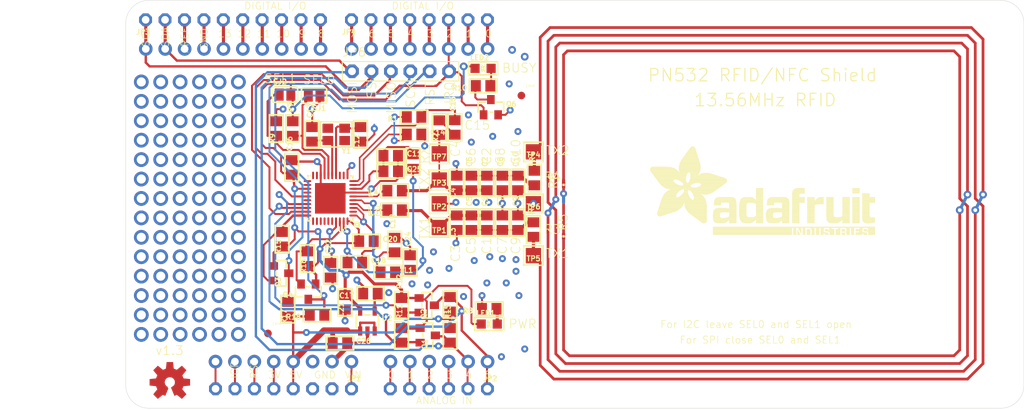
<source format=kicad_pcb>
(kicad_pcb (version 20211014) (generator pcbnew)
  (layers (0 "F.Cu" signal) (31 "B.Cu" signal) (34 "B.Paste" user) (35 "F.Paste" user) (36 "B.SilkS" user "B.Silkscreen") (37 "F.SilkS" user "F.Silkscreen") (38 "B.Mask" user) (39 "F.Mask" user) (44 "Edge.Cuts" user))
  (net 0 "")
  (net 1 "VDD")
  (net 2 "GND")
  (net 3 "N$1")
  (net 4 "N$2")
  (net 5 "N$3")
  (net 6 "N$7")
  (net 7 "N$8")
  (net 8 "N$10")
  (net 9 "N$11")
  (net 10 "N$9")
  (net 11 "N$12")
  (net 12 "SEL0")
  (net 13 "SEL1")
  (net 14 "AUX1")
  (net 15 "AUX2")
  (net 16 "P35")
  (net 17 "P30/UART_RX")
  (net 18 "IRQ")
  (net 19 "RSTOUT_N")
  (net 20 "NSS/SCL/RX")
  (net 21 "MOSI/SDA/TX")
  (net 22 "MISO")
  (net 23 "SCK")
  (net 24 "P31")
  (net 25 "P32")
  (net 26 "P33")
  (net 27 "P34/SIC_CLK")
  (net 28 "SIGOUT")
  (net 29 "SIGIN")
  (net 30 "RSTPD_N")
  (net 31 "TX1_ANTENNA")
  (net 32 "TX2_ANTENNA")
  (net 33 "N$4")
  (net 34 "N$5")
  (net 35 "N$13")
  (net 36 "N$14")
  (net 37 "N$6")
  (net 38 "5.0V")
  (net 39 "MOSI/SDA_5.0V")
  (net 40 "NSS/SCL_5.0V")
  (net 41 "RSTPD_N_5.0V")
  (net 42 "N$15")
  (net 43 "N$16")
  (net 44 "N$17")
  (net 45 "N$18")
  (net 46 "N$19")
  (net 47 "N$20")
  (net 48 "N$21")
  (net 49 "N$22")
  (net 50 "N$23")
  (net 51 "N$24")
  (net 52 "N$25")
  (net 53 "N$26")
  (net 54 "N$27")
  (net 55 "N$28")
  (net 56 "N$29")
  (net 57 "N$30")
  (net 58 "N$31")
  (net 59 "N$32")
  (net 60 "N$33")
  (net 61 "N$34")
  (net 62 "N$35")
  (net 63 "N$37")
  (net 64 "N$38")
  (net 65 "SCK_5.0V")
  (net 66 "N$39")
  (net 67 "N$40")
  (net 68 "N$41")
  (net 69 "N$42")
  (net 70 "N$43")
  (net 71 "N$44")
  (net 72 "N$45")
  (net 73 "N$46")
  (net 74 "N$47")
  (net 75 "N$48")
  (net 76 "N$49")
  (net 77 "N$50")
  (net 78 "N$51")
  (net 79 "N$52")
  (net 80 "N$62")
  (net 81 "N$63")
  (net 82 "N$64")
  (net 83 "N$65")
  (net 84 "N$66")
  (net 85 "N$67")
  (net 86 "N$68")
  (net 87 "N$69")
  (net 88 "N$70")
  (net 89 "N$71")
  (net 90 "N$72")
  (net 91 "N$73")
  (net 92 "N$74")
  (net 93 "N$75")
  (net 94 "N$76")
  (net 95 "N$77")
  (net 96 "N$78")
  (net 97 "N$79")
  (net 98 "N$80")
  (net 99 "N$81")
  (net 100 "N$82")
  (net 101 "N$83")
  (net 102 "N$84")
  (net 103 "N$85")
  (net 104 "N$86")
  (net 105 "N$87")
  (net 106 "N$88")
  (net 107 "N$89")
  (net 108 "N$90")
  (net 109 "N$91")
  (net 110 "N$92")
  (net 111 "N$93")
  (net 112 "N$94")
  (net 113 "N$95")
  (net 114 "N$96")
  (net 115 "N$97")
  (net 116 "N$98")
  (net 117 "N$99")
  (net 118 "N$100")
  (net 119 "N$101")
  (net 120 "N$102")
  (net 121 "N$103")
  (net 122 "N$104")
  (net 123 "N$105")
  (net 124 "N$106")
  (net 125 "N$107")
  (net 126 "N$108")
  (net 127 "N$109")
  (net 128 "N$110")
  (net 129 "N$111")
  (net 130 "N$112")
  (net 131 "N$113")
  (net 132 "N$114")
  (net 133 "N$115")
  (net 134 "N$116")
  (net 135 "N$117")
  (net 136 "N$118")
  (net 137 "N$119")
  (net 138 "N$120")
  (net 139 "N$121")
  (net 140 "N$122")
  (net 141 "N$123")
  (net 142 "N$124")
  (net 143 "N$125")
  (net 144 "N$126")
  (net 145 "N$127")
  (net 146 "N$128")
  (net 147 "N$129")
  (net 148 "N$130")
  (net 149 "N$131")
  (net 150 "N$36")
  (net 151 "N$53")
  (net 152 "N$54")
  (net 153 "N$55")
  (net 154 "VCC")
  (footprint "" (layer "F.Cu") (at 204.0636 128.4986)
    (fp_text reference "@HOLE2" hide)
    (fp_text value "")
  )
  (footprint "boardEagle:0805" (layer "F.Cu") (at 119.7206 112.6236)
    (fp_text reference "C18")
    (fp_text value "10µF")
  )
  (footprint "boardEagle:0805" (layer "F.Cu") (at 124.4196 98.6536)
    (fp_text reference "C11")
    (fp_text value "0.1µF")
  )
  (footprint "boardEagle:0805" (layer "F.Cu") (at 110.2106 109.5756 -90)
    (fp_text reference "R15")
    (fp_text value "10K")
  )
  (footprint "boardEagle:0805" (layer "F.Cu") (at 124.4196 100.6856)
    (fp_text reference "C25")
    (fp_text value "10µF")
  )
  (footprint "boardEagle:0805" (layer "F.Cu") (at 134.9686 107.4126 90)
    (fp_text reference "C5")
    (fp_text value "NC")
  )
  (footprint "boardEagle:HVQFN40-6X6" (layer "F.Cu") (at 116.5136 104.2236 180)
    (fp_text reference "U1")
    (fp_text value "PN532")
  )
  (footprint "boardEagle:0805" (layer "F.Cu") (at 127.3406 99.4156 -90)
    (fp_text reference "L2")
    (fp_text value "FERRITE")
  )
  (footprint "boardEagle:0805" (layer "F.Cu") (at 136.4996 89.5096 180)
    (fp_text reference "R10")
    (fp_text value "TBD")
  )
  (footprint "boardEagle:0805" (layer "F.Cu") (at 113.5126 112.1156 -90)
    (fp_text reference "R16")
    (fp_text value "10K")
  )
  (footprint "boardEagle:0805" (layer "F.Cu") (at 130.7696 94.9746 -90)
    (fp_text reference "R2")
    (fp_text value "1.69K")
  )
  (footprint "boardEagle:0805" (layer "F.Cu") (at 132.1816 122.1486 90)
    (fp_text reference "R13")
    (fp_text value "10K")
  )
  (footprint "boardEagle:SOT23-WIDE" (layer "F.Cu") (at 113.6396 116.4336 180)
    (fp_text reference "Q4")
    (fp_text value "BSS138")
  )
  (footprint "boardEagle:SOT23-5" (layer "F.Cu") (at 121.3736 120.2786)
    (fp_text reference "U2")
    (fp_text value "ADP122(3.3V)")
  )
  (footprint "boardEagle:0805" (layer "F.Cu") (at 121.7676 116.6876 180)
    (fp_text reference "C17")
    (fp_text value "0.1µF")
  )
  (footprint "boardEagle:0805" (layer "F.Cu") (at 116.5456 113.6396 90)
    (fp_text reference "C22")
    (fp_text value "10µF")
  )
  (footprint "boardEagle:0805" (layer "F.Cu") (at 133.0636 102.2136 -90)
    (fp_text reference "C4")
    (fp_text value "220pF")
  )
  (footprint "boardEagle:1X06_ROUND_70" (layer "F.Cu") (at 130.7338 125.5776 180)
    (fp_text reference "JP2")
    (fp_text value "")
  )
  (footprint "boardEagle:TESTPOINT_PAD_2MM" (layer "F.Cu") (at 143.0806 111.7166 180)
    (fp_text reference "TP5")
    (fp_text value "TX1_PRE")
  )
  (footprint "boardEagle:0805" (layer "F.Cu") (at 132.1816 118.0846 -90)
    (fp_text reference "R14")
    (fp_text value "10K")
  )
  (footprint "boardEagle:SOT23-WIDE" (layer "F.Cu") (at 129.2606 122.1486 -90)
    (fp_text reference "Q1")
    (fp_text value "BSS138")
  )
  (footprint "boardEagle:0805" (layer "F.Cu") (at 121.2446 109.8296)
    (fp_text reference "C20")
    (fp_text value "0.1µF")
  )
  (footprint "boardEagle:0805" (layer "F.Cu") (at 117.7756 123.1576)
    (fp_text reference "C26")
    (fp_text value "10µF")
  )
  (footprint "" (layer "F.Cu") (at 141.8336 81.5086)
    (fp_text reference "@HOLE0" hide)
    (fp_text value "")
  )
  (footprint "boardEagle:0805" (layer "F.Cu") (at 139.0246 102.2136 90)
    (fp_text reference "C8")
    (fp_text value "100pF")
  )
  (footprint "boardEagle:TESTPOINT_PAD_2MM" (layer "F.Cu") (at 130.7696 98.3996 180)
    (fp_text reference "TP7")
    (fp_text value "RX")
  )
  (footprint "boardEagle:SOT23-WIDE" (layer "F.Cu") (at 110.0836 114.0206 -90)
    (fp_text reference "Q3")
    (fp_text value "BSS138")
  )
  (footprint "boardEagle:0805" (layer "F.Cu") (at 137.3036 118.6666 180)
    (fp_text reference "R8")
    (fp_text value "TBD")
  )
  (footprint "boardEagle:0805" (layer "F.Cu") (at 124.0386 113.8936)
    (fp_text reference "L1")
    (fp_text value "FERRITE")
  )
  (footprint "boardEagle:TESTPOINT_PAD_2MM" (layer "F.Cu") (at 130.7696 108.0336 180)
    (fp_text reference "TP1")
    (fp_text value "TX1_POST")
  )
  (footprint "boardEagle:0805" (layer "F.Cu") (at 124.9236 110.3376 90)
    (fp_text reference "C19")
    (fp_text value "10µF")
  )
  (footprint "boardEagle:0805" (layer "F.Cu") (at 127.4716 93.5856 180)
    (fp_text reference "R1")
    (fp_text value "1.0K")
  )
  (footprint "boardEagle:0805" (layer "F.Cu") (at 111.6076 95.0976 90)
    (fp_text reference "R7")
    (fp_text value "10K")
  )
  (footprint "boardEagle:ADAFRUIT_TEXT_30MM" (layer "F.Cu") (at 158.1056 108.9876)
    (fp_text reference "U$3" hide)
    (fp_text value "" hide)
  )
  (footprint "boardEagle:1X06-BIG" (layer "F.Cu") (at 125.7046 87.6046)
    (fp_text reference "JP6")
    (fp_text value "")
  )
  (footprint "boardEagle:1X08_ROUND_70" (layer "F.Cu") (at 128.1938 84.6836)
    (fp_text reference "JP4")
    (fp_text value "")
  )
  (footprint "boardEagle:TESTPOINT_PAD_2MM" (layer "F.Cu") (at 130.7696 101.8276 180)
    (fp_text reference "TP3")
    (fp_text value "TX2_POST")
  )
  (footprint "boardEagle:TESTPOINT_PAD_2MM" (layer "F.Cu") (at 130.7696 104.9306 180)
    (fp_text reference "TP2")
    (fp_text value "TGND")
  )
  (footprint "boardEagle:0805" (layer "F.Cu") (at 111.4656 100.1776 90)
    (fp_text reference "C16")
    (fp_text value "0.1µF")
  )
  (footprint "boardEagle:R0201" (layer "F.Cu") (at 147.0256 102.4636 90)
    (fp_text reference "R6")
    (fp_text value "NC")
  )
  (footprint "" (layer "F.Cu") (at 141.8336 128.4986)
    (fp_text reference "@HOLE3" hide)
    (fp_text value "")
  )
  (footprint "boardEagle:ARDUINOR3-NODIM" (layer "F.Cu") (at 73.5636 131.6736)
    (fp_text reference "U3" hide)
    (fp_text value "ARDUINOR3NODIM" hide)
  )
  (footprint "boardEagle:0805" (layer "F.Cu") (at 124.9276 103.2256 180)
    (fp_text reference "L4")
    (fp_text value "560nH")
  )
  (footprint "boardEagle:0805" (layer "F.Cu") (at 125.8316 122.1486 90)
    (fp_text reference "R11")
    (fp_text value "10K")
  )
  (footprint "boardEagle:0805" (layer "F.Cu") (at 139.0246 107.4126 90)
    (fp_text reference "C7")
    (fp_text value "100pF")
  )
  (footprint "boardEagle:0805" (layer "F.Cu") (at 141.0526 107.4126 90)
    (fp_text reference "C9")
    (fp_text value "NC")
  )
  (footprint "boardEagle:0805" (layer "F.Cu") (at 136.9966 102.2136 90)
    (fp_text reference "C2")
    (fp_text value "22pF")
  )
  (footprint "boardEagle:1X08_ROUND_70" (layer "F.Cu") (at 110.3884 125.5776 180)
    (fp_text reference "JP1")
    (fp_text value "")
  )
  (footprint "boardEagle:0805" (layer "F.Cu") (at 126.9556 112.6236 90)
    (fp_text reference "C24")
    (fp_text value "0.1µF")
  )
  (footprint "boardEagle:CHIPLED_0805" (layer "F.Cu") (at 136.4996 87.2236 -90)
    (fp_text reference "LED2")
    (fp_text value "IRQ")
  )
  (footprint "boardEagle:0805" (layer "F.Cu") (at 133.0636 107.4126 -90)
    (fp_text reference "C3")
    (fp_text value "220pF")
  )
  (footprint "boardEagle:0805" (layer "F.Cu") (at 110.9726 118.7196 -90)
    (fp_text reference "R17")
    (fp_text value "10K")
  )
  (footprint "boardEagle:CRYSTAL_3.2X2.5" (layer "F.Cu") (at 117.2916 95.8596 180)
    (fp_text reference "Y1")
    (fp_text value "27.12MHz")
  )
  (footprint "boardEagle:0805" (layer "F.Cu") (at 109.4486 95.0976 -90)
    (fp_text reference "R9")
    (fp_text value "10K")
  )
  (footprint "boardEagle:SOLDERJUMPER_REFLOW_NOPASTE" (layer "F.Cu") (at 110.5916 90.6526)
    (fp_text reference "SJ2")
    (fp_text value "")
  )
  (footprint "" (layer "F.Cu") (at 204.0636 81.5086)
    (fp_text reference "@HOLE1" hide)
    (fp_text value "")
  )
  (footprint "boardEagle:0805" (layer "F.Cu") (at 124.9276 105.7656 180)
    (fp_text reference "L3")
    (fp_text value "560nH")
  )
  (footprint "boardEagle:R0201" (layer "F.Cu") (at 147.0256 109.1946 -90)
    (fp_text reference "R5")
    (fp_text value "NC")
  )
  (footprint "boardEagle:0805" (layer "F.Cu") (at 134.9686 102.2136 90)
    (fp_text reference "C6")
    (fp_text value "NC")
  )
  (footprint "boardEagle:0805" (layer "F.Cu") (at 143.0846 108.3096 90)
    (fp_text reference "R3")
    (fp_text value "1.5")
  )
  (footprint "boardEagle:0805" (layer "F.Cu") (at 114.1166 95.8556 90)
    (fp_text reference "C13")
    (fp_text value "33pF")
  )
  (footprint "boardEagle:0805" (layer "F.Cu") (at 120.4666 95.8556 -90)
    (fp_text reference "C12")
    (fp_text value "33pF")
  )
  (footprint "boardEagle:0805" (layer "F.Cu") (at 118.4366 117.8326 -90)
    (fp_text reference "C21")
    (fp_text value "10µF")
  )
  (footprint "boardEagle:TESTPOINT_PAD_2MM" (layer "F.Cu") (at 143.0766 104.9306 180)
    (fp_text reference "TP6")
    (fp_text value "TGND")
  )
  (footprint "boardEagle:0805" (layer "F.Cu") (at 136.9966 107.4126 90)
    (fp_text reference "C1")
    (fp_text value "22pF")
  )
  (footprint "boardEagle:0805" (layer "F.Cu") (at 125.8316 118.2116 90)
    (fp_text reference "R12")
    (fp_text value "10K")
  )
  (footprint "boardEagle:CHIPLED_0805" (layer "F.Cu") (at 137.3036 120.6666 -90)
    (fp_text reference "LED1")
    (fp_text value "PWR")
  )
  (footprint "boardEagle:SOLDERJUMPER_REFLOW_NOPASTE" (layer "F.Cu") (at 114.4016 90.7796 180)
    (fp_text reference "SJ1")
    (fp_text value "")
  )
  (footprint "boardEagle:0805" (layer "F.Cu") (at 132.8006 94.9556 90)
    (fp_text reference "C15")
    (fp_text value "1000pF")
  )
  (footprint "boardEagle:0805" (layer "F.Cu") (at 127.4716 95.8636)
    (fp_text reference "C14")
    (fp_text value "0.1µF")
  )
  (footprint "boardEagle:0805" (layer "F.Cu") (at 114.7826 119.4816 180)
    (fp_text reference "R18")
    (fp_text value "10K")
  )
  (footprint "boardEagle:SOT23-WIDE" (layer "F.Cu") (at 137.5156 92.3036)
    (fp_text reference "Q6")
    (fp_text value "BSS138")
  )
  (footprint "boardEagle:TESTPOINT_PAD_2MM" (layer "F.Cu") (at 143.0806 98.1446 180)
    (fp_text reference "TP4")
    (fp_text value "TX2_PRE")
  )
  (footprint "boardEagle:FIDUCIAL-1X2.5" (layer "F.Cu") (at 141.5086 90.7796 180)
    (fp_text reference "FID2" hide)
    (fp_text value "FIDUCIAL1X2.5" hide)
  )
  (footprint "boardEagle:FIDUCIAL-1X2.5" (layer "F.Cu") (at 108.3616 121.8946 180)
    (fp_text reference "FID1" hide)
    (fp_text value "FIDUCIAL1X2.5" hide)
  )
  (footprint "boardEagle:1X10_ROUND70" (layer "F.Cu") (at 103.8098 84.6836)
    (fp_text reference "JP3")
    (fp_text value "")
  )
  (footprint "boardEagle:SOT23-WIDE" (layer "F.Cu") (at 129.1336 118.2116 -90)
    (fp_text reference "Q2")
    (fp_text value "BSS138")
  )
  (footprint "boardEagle:0805" (layer "F.Cu") (at 141.0526 102.2136 90)
    (fp_text reference "C10")
    (fp_text value "NC")
  )
  (footprint "boardEagle:OSHWLOGO_TOP_0.2" (layer "F.Cu") (at 95.5276 128.2856)
    (fp_text reference "U$50" hide)
    (fp_text value "" hide)
  )
  (footprint "boardEagle:0805" (layer "F.Cu") (at 143.2076 101.5706 90)
    (fp_text reference "R4")
    (fp_text value "1.5")
  )
  (gr_arc (start 89.7636 81.3336) (mid 90.64228 79.21228) (end 92.7636 78.3336) (layer "Edge.Cuts") (width 0.05))
  (gr_arc (start 92.7636 131.6736) (mid 90.64228 130.79492) (end 89.7636 128.6736) (layer "Edge.Cuts") (width 0.05))
  (gr_line (start 204.2236 78.3336) (end 92.7636 78.3336) (layer "Edge.Cuts") (width 0.05))
  (gr_arc (start 207.2386 128.6736) (mid 206.35245 130.798057) (end 204.2236 131.673602) (layer "Edge.Cuts") (width 0.05))
  (gr_line (start 207.2386 128.6736) (end 207.2386 81.3336) (layer "Edge.Cuts") (width 0.05))
  (gr_arc (start 204.223599 78.333599) (mid 206.35245 79.209143) (end 207.2386 81.3336) (layer "Edge.Cuts") (width 0.05))
  (gr_line (start 89.7636 81.3336) (end 89.7636 128.6736) (layer "Edge.Cuts") (width 0.05))
  (gr_line (start 92.7636 131.6736) (end 204.2236 131.6736) (layer "Edge.Cuts") (width 0.05))
  (gr_text "BUSY" (at 138.9126 87.8586) (layer "F.SilkS") (effects (font (size 1.1684 1.1684) (thickness 0.1016)) (justify left bottom)))
  (gr_text "SCK" (at 126.3396 88.8746 90) (layer "F.SilkS") (effects (font (size 1.1684 1.1684) (thickness 0.1016)) (justify right top)))
  (gr_text "PN532 RFID/NFC Shield" (at 157.9536 89.0696) (layer "F.SilkS") (effects (font (size 1.63576 1.63576) (thickness 0.14224)) (justify left bottom)))
  (gr_text "SEL0" (at 112.8776 89.3826) (layer "F.SilkS") (effects (font (size 1.1684 1.1684) (thickness 0.1016)) (justify left bottom)))
  (gr_text "L4" (at 123.4036 102.7176) (layer "F.SilkS") (effects (font (size 1.1684 1.1684) (thickness 0.1016)) (justify right top)))
  (gr_text "RX" (at 128.1176 97.3836 90) (layer "F.SilkS") (effects (font (size 1.1684 1.1684) (thickness 0.1016)) (justify right top)))
  (gr_text "R3" (at 144.3776 108.9636) (layer "F.SilkS") (effects (font (size 1.1684 1.1684) (thickness 0.1016)) (justify left bottom)))
  (gr_text "C2" (at 137.6536 99.9196 90) (layer "F.SilkS") (effects (font (size 1.1684 1.1684) (thickness 0.1016)) (justify left bottom)))
  (gr_text "RST" (at 128.8796 88.8746 90) (layer "F.SilkS") (effects (font (size 1.1684 1.1684) (thickness 0.1016)) (justify right top)))
  (gr_text "L3" (at 123.4036 105.2576) (layer "F.SilkS") (effects (font (size 1.1684 1.1684) (thickness 0.1016)) (justify right top)))
  (gr_text "C9" (at 141.4716 111.6156 90) (layer "F.SilkS") (effects (font (size 1.1684 1.1684) (thickness 0.1016)) (justify left bottom)))
  (gr_text "PWR" (at 139.7736 121.3446) (layer "F.SilkS") (effects (font (size 1.1684 1.1684) (thickness 0.1016)) (justify left bottom)))
  (gr_text "SEL1" (at 107.7976 89.2556) (layer "F.SilkS") (effects (font (size 1.1684 1.1684) (thickness 0.1016)) (justify left bottom)))
  (gr_text "C7" (at 139.6896 111.6156 90) (layer "F.SilkS") (effects (font (size 1.1684 1.1684) (thickness 0.1016)) (justify left bottom)))
  (gr_text "TX2" (at 144.6276 98.6536) (layer "F.SilkS") (effects (font (size 1.1684 1.1684) (thickness 0.1016)) (justify left bottom)))
  (gr_text "v1.3" (at 93.5886 124.8156) (layer "F.SilkS") (effects (font (size 1.1684 1.1684) (thickness 0.1016)) (justify left bottom)))
  (gr_text "13.56MHz RFID" (at 164.0016 92.3236) (layer "F.SilkS") (effects (font (size 1.63576 1.63576) (thickness 0.14224)) (justify left bottom)))
  (gr_text "C1" (at 137.6496 111.6156 90) (layer "F.SilkS") (effects (font (size 1.1684 1.1684) (thickness 0.1016)) (justify left bottom)))
  (gr_text "SS" (at 121.2596 88.8746 90) (layer "F.SilkS") (effects (font (size 1.1684 1.1684) (thickness 0.1016)) (justify right top)))
  (gr_text "MISO" (at 123.7996 88.8746 90) (layer "F.SilkS") (effects (font (size 1.1684 1.1684) (thickness 0.1016)) (justify right top)))
  (gr_text "C5" (at 135.6176 111.6156 90) (layer "F.SilkS") (effects (font (size 1.1684 1.1684) (thickness 0.1016)) (justify left bottom)))
  (gr_text "For I2C leave SEL0 and SEL1 open" (at 159.6136 121.2596) (layer "F.SilkS") (effects (font (size 0.93472 0.93472) (thickness 0.08128)) (justify left bottom)))
  (gr_text "MOSI" (at 118.7196 88.8746 90) (layer "F.SilkS") (effects (font (size 1.1684 1.1684) (thickness 0.1016)) (justify right top)))
  (gr_text "R4" (at 144.3696 102.1096) (layer "F.SilkS") (effects (font (size 1.1684 1.1684) (thickness 0.1016)) (justify left bottom)))
  (gr_text "C6" (at 135.6176 99.9196 90) (layer "F.SilkS") (effects (font (size 1.1684 1.1684) (thickness 0.1016)) (justify left bottom)))
  (gr_text "TX1" (at 128.1176 106.5276 90) (layer "F.SilkS") (effects (font (size 1.1684 1.1684) (thickness 0.1016)) (justify right top)))
  (gr_text "C3" (at 133.5856 112.6316 90) (layer "F.SilkS") (effects (font (size 1.1684 1.1684) (thickness 0.1016)) (justify left bottom)))
  (gr_text "C4" (at 133.5816 98.9036 90) (layer "F.SilkS") (effects (font (size 1.1684 1.1684) (thickness 0.1016)) (justify left bottom)))
  (gr_text "C15" (at 133.9746 95.3356) (layer "F.SilkS") (effects (font (size 1.1684 1.1684) (thickness 0.1016)) (justify left bottom)))
  (gr_text "TX2" (at 128.1176 100.1776 90) (layer "F.SilkS") (effects (font (size 1.1684 1.1684) (thickness 0.1016)) (justify right top)))
  (gr_text "C8" (at 139.4356 99.9196 90) (layer "F.SilkS") (effects (font (size 1.1684 1.1684) (thickness 0.1016)) (justify left bottom)))
  (gr_text "" (at 165.4556 122.7836) (layer "F.SilkS") (effects (font (size 0.93472 0.93472) (thickness 0.08128)) (justify left bottom)))
  (gr_text "For SPI close SEL0 and SEL1" (at 162.1536 123.2916) (layer "F.SilkS") (effects (font (size 0.93472 0.93472) (thickness 0.08128)) (justify left bottom)))
  (gr_text "IRQ" (at 131.4196 88.8746 90) (layer "F.SilkS") (effects (font (size 1.1684 1.1684) (thickness 0.1016)) (justify right top)))
  (gr_text "TX1" (at 144.6276 112.1156) (layer "F.SilkS") (effects (font (size 1.1684 1.1684) (thickness 0.1016)) (justify left bottom)))
  (gr_text "C10" (at 141.4716 99.9156 90) (layer "F.SilkS") (effects (font (size 1.1684 1.1684) (thickness 0.1016)) (justify left bottom)))
  (segment (start 114.9096 111.0996) (end 115.1636 110.8456) (width 0.254) (layer "F.Cu") (net 1))
  (segment (start 110.2106 110.5256) (end 110.6576 110.5256) (width 0.3048) (layer "F.Cu") (net 1))
  (segment (start 108.3056 89.2556) (end 111.3536 89.2556) (width 0.254) (layer "F.Cu") (net 1))
  (segment (start 109.0836 113.0706) (end 109.0836 111.3376) (width 0.254) (layer "F.Cu") (net 1))
  (segment (start 108.0516 97.6376) (end 107.5436 97.1296) (width 0.254) (layer "F.Cu") (net 1))
  (segment (start 107.5436 97.1296) (end 107.5436 90.0176) (width 0.254) (layer "F.Cu") (net 1))
  (segment (start 125.8976 117.2616) (end 128.1336 117.2616) (width 0.3048) (layer "F.Cu") (net 1))
  (segment (start 114.4676 113.0656) (end 114.9096 112.6236) (width 0.254) (layer "F.Cu") (net 1))
  (segment (start 110.5916 110.3376) (end 111.0996 110.3376) (width 0.254) (layer "F.Cu") (net 1))
  (segment (start 118.4656 114.4016) (end 118.4656 116.8536) (width 0.4064) (layer "F.Cu") (net 1))
  (segment (start 111.6076 92.5576) (end 111.6076 94.1476) (width 0.254) (layer "F.Cu") (net 1))
  (segment (start 107.5436 90.0176) (end 108.3056 89.2556) (width 0.254) (layer "F.Cu") (net 1))
  (segment (start 129.1336 120.3256) (end 128.2606 121.1986) (width 0.254) (layer "F.Cu") (net 1))
  (segment (start 109.0676 97.6376) (end 108.0516 97.6376) (width 0.254) (layer "F.Cu") (net 1))
  (segment (start 120.2436 109.7786) (end 120.2946 109.8296) (width 0.254) (layer "F.Cu") (net 1))
  (segment (start 117.1956 110.0836) (end 115.9256 110.0836) (width 0.254) (layer "F.Cu") (net 1))
  (segment (start 133.9596 86.9696) (end 135.1956 86.9696) (width 0.254) (layer "F.Cu") (net 1))
  (segment (start 125.0696 115.4176) (end 122.2756 115.4176) (width 0.4064) (layer "F.Cu") (net 1))
  (segment (start 117.1956 110.0836) (end 120.0406 110.0836) (width 0.254) (layer "F.Cu") (net 1))
  (segment (start 112.3696 108.5596) (end 111.8616 108.0516) (width 0.254) (layer "F.Cu") (net 1))
  (segment (start 120.0406 110.0836) (end 120.2946 109.8296) (width 0.254) (layer "F.Cu") (net 1))
  (segment (start 125.8316 117.2616) (end 125.8316 117.1956) (width 0.3048) (layer "F.Cu") (net 1))
  (segment (start 111.3536 90.6526) (end 111.3536 90.2716) (width 0.254) (layer "F.Cu") (net 1))
  (segment (start 135.1956 86.9696) (end 135.4496 87.2236) (width 0.254) (layer "F.Cu") (net 1))
  (segment (start 118.6906 117.2246) (end 118.7196 117.1956) (width 0.4064) (layer "F.Cu") (net 1))
  (segment (start 130.6576 115.6716) (end 134.4676 115.6716) (width 0.254) (layer "F.Cu") (net 1))
  (segment (start 134.4676 115.6716) (end 134.9756 116.1796) (width 0.254) (layer "F.Cu") (net 1))
  (segment (start 125.8316 116.1796) (end 125.0696 115.4176) (width 0.4064) (layer "F.Cu") (net 1))
  (segment (start 122.2756 115.4176) (end 120.7516 113.8936) (width 0.4064) (layer "F.Cu") (net 1))
  (segment (start 135.1446 120.6666) (end 136.2536 120.6666) (width 0.254) (layer "F.Cu") (net 1))
  (segment (start 110.2106 110.5256) (end 110.2716 110.5256) (width 0.254) (layer "F.Cu") (net 1))
  (segment (start 114.6556 114.2086) (end 114.6556 115.3676) (width 0.3048) (layer "F.Cu") (net 1))
  (segment (start 113.5126 113.0656) (end 114.4676 113.0656) (width 0.254) (layer "F.Cu") (net 1))
  (segment (start 118.5926 114.2746) (end 118.4656 114.4016) (width 0.4064) (layer "F.Cu") (net 1))
  (segment (start 110.0836 98.6536) (end 109.0676 97.6376) (width 0.254) (layer "F.Cu") (net 1))
  (segment (start 118.4366 116.8826) (end 118.6906 117.2246) (width 0.4064) (layer "F.Cu") (net 1))
  (segment (start 118.7196 117.1956) (end 118.9736 117.1956) (width 0.4064) (layer "F.Cu") (net 1))
  (segment (start 134.9756 120.4976) (end 135.1446 120.6666) (width 0.254) (layer "F.Cu") (net 1))
  (segment (start 128.3216 117.4496) (end 128.8796 117.4496) (width 0.254) (layer "F.Cu") (net 1))
  (segment (start 111.6076 90.2716) (end 111.6076 92.5576) (width 0.254) (layer "F.Cu") (net 1))
  (segment (start 111.3536 90.6526) (end 111.3536 90.0176) (width 0.254) (layer "F.Cu") (net 1))
  (segment (start 114.9096 112.6236) (end 114.9096 111.0996) (width 0.254) (layer "F.Cu") (net 1))
  (segment (start 120.4236 118.6456) (end 120.4236 118.9785) (width 0.4064) (layer "F.Cu") (net 1))
  (segment (start 111.8616 109.5756) (end 111.8616 108.0516) (width 0.254) (layer "F.Cu") (net 1))
  (segment (start 129.1336 117.7036) (end 129.1336 120.3256) (width 0.254) (layer "F.Cu") (net 1))
  (segment (start 110.3376 110.5916) (end 110.5916 110.3376) (width 0.254) (layer "F.Cu") (net 1))
  (segment (start 111.0996 110.3376) (end 111.8616 109.5756) (width 0.254) (layer "F.Cu") (net 1))
  (segment (start 111.6076 100.9856) (end 111.4656 101.1276) (width 0.3048) (layer "F.Cu") (net 1))
  (segment (start 110.2106 110.4646) (end 110.2106 110.5256) (width 0.254) (layer "F.Cu") (net 1))
  (segment (start 114.9096 108.5596) (end 112.3696 108.5596) (width 0.254) (layer "F.Cu") (net 1))
  (segment (start 115.9256 110.0836) (end 115.1636 110.8456) (width 0.254) (layer "F.Cu") (net 1))
  (segment (start 118.4656 116.8536) (end 118.4366 116.8826) (width 0.4064) (layer "F.Cu") (net 1))
  (segment (start 125.8316 117.1956) (end 125.8976 117.2616) (width 0.3048) (layer "F.Cu") (net 1))
  (segment (start 119.1516 107.2136) (end 120.2436 108.3056) (width 0.254) (layer "F.Cu") (net 1))
  (segment (start 113.5126 113.0656) (end 114.6556 114.2086) (width 0.3048) (layer "F.Cu") (net 1))
  (segment (start 118.9736 113.8936) (end 118.5926 114.2746) (width 0.4064) (layer "F.Cu") (net 1))
  (segment (start 114.6556 115.3676) (end 114.5896 115.4336) (width 0.3048) (layer "F.Cu") (net 1))
  (segment (start 118.7636 107.2136) (end 119.1516 107.2136) (width 0.254) (layer "F.Cu") (net 1))
  (segment (start 111.8616 102.9716) (end 111.6076 100.9856) (width 0.3048) (layer "F.Cu") (net 1))
  (segment (start 111.3536 90.0176) (end 111.6076 90.2716) (width 0.254) (layer "F.Cu") (net 1))
  (segment (start 120.2436 108.3056) (end 120.2436 109.7786) (width 0.254) (layer "F.Cu") (net 1))
  (segment (start 110.0836 110.3376) (end 110.2106 110.4646) (width 0.254) (layer "F.Cu") (net 1))
  (segment (start 112.1176 102.9736) (end 113.5236 102.9736) (width 0.254) (layer "F.Cu") (net 1))
  (segment (start 128.8796 117.4496) (end 129.1336 117.7036) (width 0.254) (layer "F.Cu") (net 1))
  (segment (start 128.1336 117.2616) (end 128.3216 117.4496) (width 0.254) (layer "F.Cu") (net 1))
  (segment (start 128.1996 121.2596) (end 125.8926 121.2596) (width 0.3048) (layer "F.Cu") (net 1))
  (segment (start 128.8796 117.4496) (end 130.6576 115.6716) (width 0.254) (layer "F.Cu") (net 1))
  (segment (start 111.3536 89.2556) (end 111.3536 90.6526) (width 0.254) (layer "F.Cu") (net 1))
  (segment (start 125.8926 121.2596) (end 125.8316 121.1986) (width 0.3048) (layer "F.Cu") (net 1))
  (segment (start 110.2716 110.5256) (end 110.3376 110.5916) (width 0.254) (layer "F.Cu") (net 1))
  (segment (start 111.8616 102.9716) (end 112.1176 102.9736) (width 0.254) (layer "F.Cu") (net 1))
  (segment (start 134.9756 116.1796) (end 134.9756 120.4976) (width 0.254) (layer "F.Cu") (net 1))
  (segment (start 110.3376 100.9396) (end 110.0836 100.6856) (width 0.254) (layer "F.Cu") (net 1))
  (segment (start 111.6076 100.9396) (end 110.3376 100.9396) (width 0.254) (layer "F.Cu") (net 1))
  (segment (start 125.8316 117.2616) (end 125.8316 116.1796) (width 0.4064) (layer "F.Cu") (net 1))
  (segment (start 118.9736 117.1956) (end 120.4236 118.6456) (width 0.4064) (layer "F.Cu") (net 1))
  (segment (start 111.6076 100.9856) (end 111.6076 100.9396) (width 0.3048) (layer "F.Cu") (net 1))
  (segment (start 120.7516 113.8936) (end 118.9736 113.8936) (width 0.4064) (layer "F.Cu") (net 1))
  (segment (start 110.0836 100.6856) (end 110.0836 98.6536) (width 0.254) (layer "F.Cu") (net 1))
  (segment (start 128.2606 121.1986) (end 128.1996 121.2596) (width 0.3048) (layer "F.Cu") (net 1))
  (segment (start 109.0836 111.3376) (end 110.0836 110.3376) (width 0.254) (layer "F.Cu") (net 1))
  (via (at 114.9096 108.5596) (size 0.908) (drill 0.4) (layers "F.Cu" "B.Cu") (net 1))
  (via (at 111.8616 102.9716) (size 0.908) (drill 0.4) (layers "F.Cu" "B.Cu") (net 1))
  (via (at 118.5926 114.2746) (size 0.908) (drill 0.4) (layers "F.Cu" "B.Cu") (net 1))
  (via (at 115.1636 110.8456) (size 0.908) (drill 0.4) (layers "F.Cu" "B.Cu") (net 1))
  (via (at 111.6076 92.5576) (size 0.908) (drill 0.4) (layers "F.Cu" "B.Cu") (net 1))
  (via (at 111.8616 108.0516) (size 0.908) (drill 0.4) (layers "F.Cu" "B.Cu") (net 1))
  (via (at 133.9596 86.9696) (size 1.008) (drill 0.5) (layers "F.Cu" "B.Cu") (net 1))
  (segment (start 116.4336 113.6396) (end 117.9576 113.6396) (width 0.4064) (layer "B.Cu") (net 1))
  (segment (start 127.4676 92.4456) (end 118.0996 92.4456) (width 0.254) (layer "B.Cu") (net 1))
  (segment (start 117.9576 113.6396) (end 118.5926 114.2746) (width 0.4064) (layer "B.Cu") (net 1))
  (segment (start 115.1636 112.3696) (end 116.4336 113.6396) (width 0.4064) (layer "B.Cu") (net 1))
  (segment (start 111.8616 108.0516) (end 111.8616 102.9716) (width 0.254) (layer "B.Cu") (net 1))
  (segment (start 113.3856 90.7796) (end 111.6076 92.5576) (width 0.254) (layer "B.Cu") (net 1))
  (segment (start 116.4336 90.7796) (end 113.3856 90.7796) (width 0.254) (layer "B.Cu") (net 1))
  (segment (start 128.8796 91.0336) (end 133.4516 91.0336) (width 0.254) (layer "B.Cu") (net 1))
  (segment (start 127.4676 92.4456) (end 128.8796 91.0336) (width 0.254) (layer "B.Cu") (net 1))
  (segment (start 115.1636 110.8456) (end 115.1636 112.3696) (width 0.4064) (layer "B.Cu") (net 1))
  (segment (start 115.1636 110.8456) (end 115.1636 108.8136) (width 0.254) (layer "B.Cu") (net 1))
  (segment (start 118.0996 92.4456) (end 116.4336 90.7796) (width 0.254) (layer "B.Cu") (net 1))
  (segment (start 115.1636 108.8136) (end 114.9096 108.5596) (width 0.254) (layer "B.Cu") (net 1))
  (segment (start 133.4516 91.0336) (end 133.9596 90.5256) (width 0.254) (layer "B.Cu") (net 1))
  (segment (start 133.9596 90.5256) (end 133.9596 86.9696) (width 0.254) (layer "B.Cu") (net 1))
  (segment (start 115.1636 91.5416) (end 115.1636 90.7796) (width 0.254) (layer "F.Cu") (net 2))
  (segment (start 121.8796 103.0836) (end 121.8796 102.9716) (width 0.254) (layer "F.Cu") (net 2))
  (segment (start 116.5136 104.2236) (end 117.2636 103.4736) (width 0.254) (layer "F.Cu") (net 2))
  (segment (start 119.9874 105.4736) (end 119.5036 105.4736) (width 0.2032) (layer "F.Cu") (net 2))
  (segment (start 125.0696 101.9556) (end 125.3236 101.7016) (width 0.254) (layer "F.Cu") (net 2))
  (segment (start 141.0526 104.8806) (end 141.0566 104.8766) (width 0.254) (layer "F.Cu") (net 2))
  (segment (start 133.0636 99.7896) (end 132.9436 99.6696) (width 0.254) (layer "F.Cu") (net 2))
  (segment (start 109.4486 94.1476) (end 109.4486 93.7006) (width 0.254) (layer "F.Cu") (net 2))
  (segment (start 118.7256 123.1646) (end 121.3736 123.1646) (width 0.4064) (layer "F.Cu") (net 2))
  (segment (start 126.4516 110.0756) (end 125.7636 109.3876) (width 0.254) (layer "F.Cu") (net 2))
  (segment (start 133.0636 101.2636) (end 133.0636 99.7896) (width 0.254) (layer "F.Cu") (net 2))
  (segment (start 128.8646 97.3836) (end 128.8646 96.1526) (width 0.2032) (layer "F.Cu") (net 2))
  (segment (start 118.7256 123.1576) (end 118.7256 123.1646) (width 0.4064) (layer "F.Cu") (net 2))
  (segment (start 136.3536 116.9456) (end 136.3576 116.9416) (width 0.254) (layer "F.Cu") (net 2))
  (segment (start 147.0256 103.6066) (end 147.0256 102.7186) (width 0.3556) (layer "F.Cu") (net 2))
  (segment (start 120.8176 115.7376) (end 119.9896 114.9096) (width 0.3048) (layer "F.Cu") (net 2))
  (segment (start 116.7384 125.5776) (end 116.8146 125.5776) (width 0.6096) (layer "F.Cu") (net 2))
  (segment (start 139.0246 106.4626) (end 139.0246 104.8766) (width 0.254) (layer "F.Cu") (net 2))
  (segment (start 139.0246 104.8766) (end 139.0246 103.1636) (width 0.254) (layer "F.Cu") (net 2))
  (segment (start 121.8946 103.0986) (end 123.0376 101.9556) (width 0.254) (layer "F.Cu") (net 2))
  (segment (start 122.1946 108.6206) (end 120.8636 107.2896) (width 0.254) (layer "F.Cu") (net 2))
  (segment (start 118.7636 100.4996) (end 119.3396 99.9236) (width 0.254) (layer "F.Cu") (net 2))
  (segment (start 116.5456 114.6556) (end 116.4336 114.6556) (width 0.3048) (layer "F.Cu") (net 2))
  (segment (start 114.1476 92.5576) (end 115.1636 91.5416) (width 0.254) (layer "F.Cu") (net 2))
  (segment (start 128.8646 96.1526) (end 128.4216 95.8636) (width 0.2032) (layer "F.Cu") (net 2))
  (segment (start 122.0216 111.0996) (end 122.2756 110.8456) (width 0.254) (layer "F.Cu") (net 2))
  (segment (start 115.2636 99.8966) (end 115.2636 101.2336) (width 0.254) (layer "F.Cu") (net 2))
  (segment (start 141.0526 106.4626) (end 141.0526 104.8806) (width 0.254) (layer "F.Cu") (net 2))
  (segment (start 114.1476 94.1126) (end 114.1476 92.5576) (width 0.254) (layer "F.Cu") (net 2))
  (segment (start 121.5136 96.6216) (end 120.6506 96.6216) (width 0.254) (layer "F.Cu") (net 2))
  (segment (start 123.0376 101.9556) (end 125.0696 101.9556) (width 0.254) (layer "F.Cu") (net 2))
  (segment (start 116.7384 125.5776) (end 116.7384 125.3744) (width 0.8128) (layer "F.Cu") (net 2))
  (segment (start 118.7636 101.2336) (end 118.7636 100.4996) (width 0.254) (layer "F.Cu") (net 2))
  (segment (start 121.5196 103.4736) (end 121.8946 103.0986) (width 0.254) (layer "F.Cu") (net 2))
  (segment (start 115.2636 102.9736) (end 116.5136 104.2236) (width 0.254) (layer "F.Cu") (net 2))
  (segment (start 116.8146 116.0526) (end 116.7996 116.1646) (width 0.254) (layer "F.Cu") (net 2))
  (segment (start 109.5756 92.5576) (end 110.3376 92.5576) (width 0.254) (layer "F.Cu") (net 2))
  (segment (start 111.3536 99.4156) (end 114.7826 99.4156) (width 0.3048) (layer "F.Cu") (net 2))
  (segment (start 138.4656 93.3036) (end 139.4216 93.3036) (width 0.254) (layer "F.Cu") (net 2))
  (segment (start 136.3536 118.6666) (end 136.3536 116.9456) (width 0.254) (layer "F.Cu") (net 2))
  (segment (start 119.9714 106.4736) (end 119.5036 106.4736) (width 0.2032) (layer "F.Cu") (net 2))
  (segment (start 119.5036 103.4736) (end 121.5196 103.4736) (width 0.254) (layer "F.Cu") (net 2))
  (segment (start 120.8636 106.3498) (end 119.9874 105.4736) (width 0.2032) (layer "F.Cu") (net 2))
  (segment (start 99.9998 80.8736) (end 99.9796 80.8736) (width 0.4064) (layer "F.Cu") (net 2))
  (segment (start 143.0766 104.9306) (end 143.1306 104.8766) (width 0.254) (layer "F.Cu") (net 2))
  (segment (start 132.7626 104.9306) (end 132.9436 104.7496) (width 0.254) (layer "F.Cu") (net 2))
  (segment (start 116.5456 114.6556) (end 116.8146 114.6556) (width 0.3048) (layer "F.Cu") (net 2))
  (segment (start 122.2756 110.8456) (end 122.2756 109.9106) (width 0.254) (layer "F.Cu") (net 2))
  (segment (start 125.3236 100.7316) (end 125.3696 100.6856) (width 0.254) (layer "F.Cu") (net 2))
  (segment (start 114.1166 94.9056) (end 114.1476 94.1126) (width 0.254) (layer "F.Cu") (net 2))
  (segment (start 120.6706 112.6236) (end 120.6706 111.4346) (width 0.254) (layer "F.Cu") (net 2))
  (segment (start 125.3696 100.6856) (end 125.3696 98.6536) (width 0.254) (layer "F.Cu") (net 2))
  (segment (start 130.7696 104.9306) (end 132.7626 104.9306) (width 0.254) (layer "F.Cu") (net 2))
  (segment (start 116.5456 114.5896) (end 116.5456 114.6556) (width 0.3048) (layer "F.Cu") (net 2))
  (segment (start 121.3736 123.1646) (end 121.3736 121.5787) (width 0.4064) (layer "F.Cu") (net 2))
  (segment (start 132.9436 110.0836) (end 133.0636 109.9636) (width 0.254) (layer "F.Cu") (net 2))
  (segment (start 147.0256 102.7186) (end 147.0256 101.8286) (width 0.4064) (layer "F.Cu") (net 2))
  (segment (start 121.8946 103.0986) (end 121.8796 103.0836) (width 0.254) (layer "F.Cu") (net 2))
  (segment (start 133.0636 109.9636) (end 133.0636 108.3626) (width 0.254) (layer "F.Cu") (net 2))
  (segment (start 116.7384 125.3744) (end 116.6876 125.3236) (width 0.8128) (layer "F.Cu") (net 2))
  (segment (start 125.3236 101.7016) (end 125.3236 100.7316) (width 0.254) (layer "F.Cu") (net 2))
  (segment (start 118.4506 120.2436) (end 118.4656 120.4976) (width 0.4064) (layer "F.Cu") (net 2))
  (segment (start 139.4216 93.3036) (end 140.0406 92.6846) (width 0.254) (layer "F.Cu") (net 2))
  (segment (start 126.9556 111.6736) (end 126.9556 110.5796) (width 0.254) (layer "F.Cu") (net 2))
  (segment (start 120.8636 107.2896) (end 120.8636 106.3498) (width 0.2032) (layer "F.Cu") (net 2))
  (segment (start 147.0256 109.4496) (end 147.0256 103.6066) (width 0.3556) (layer "F.Cu") (net 2))
  (segment (start 117.2636 103.4736) (end 119.5036 103.4736) (width 0.254) (layer "F.Cu") (net 2))
  (segment (start 109.4486 93.7006) (end 109.4486 92.6846) (width 0.254) (layer "F.Cu") (net 2))
  (segment (start 120.5706 107.0728) (end 119.9714 106.4736) (width 0.2032) (layer "F.Cu") (net 2))
  (segment (start 120.6706 111.4346) (end 121.0056 111.0996) (width 0.254) (layer "F.Cu") (net 2))
  (segment (start 118.4366 120.4686) (end 118.4366 118.7826) (width 0.4064) (layer "F.Cu") (net 2))
  (segment (start 141.0566 104.8766) (end 141.0526 104.8726) (width 0.254) (layer "F.Cu") (net 2))
  (segment (start 122.2756 109.9106) (end 122.1946 109.8296) (width 0.254) (layer "F.Cu") (net 2))
  (segment (start 143.1306 104.8766) (end 143.0886 104.8766) (width 0.254) (layer "F.Cu") (net 2))
  (segment (start 120.6468 107.0728) (end 120.5706 107.0728) (width 0.254) (layer "F.Cu") (net 2))
  (segment (start 122.2756 95.8596) (end 121.5136 96.6216) (width 0.254) (layer "F.Cu") (net 2))
  (segment (start 115.2636 101.2336) (end 115.2636 102.9736) (width 0.254) (layer "F.Cu") (net 2))
  (segment (start 125.7636 109.3876) (end 124.9236 109.3876) (width 0.254) (layer "F.Cu") (net 2))
  (segment (start 141.0526 104.8726) (end 141.0526 103.1636) (width 0.254) (layer "F.Cu") (net 2))
  (segment (start 99.9998 84.6836) (end 99.9998 80.8736) (width 0.4064) (layer "F.Cu") (net 2))
  (segment (start 122.2756 95.8596) (end 122.2756 95.0976) (width 0.254) (layer "F.Cu") (net 2))
  (segment (start 120.8636 107.2896) (end 120.6468 107.0728) (width 0.254) (layer "F.Cu") (net 2))
  (segment (start 118.7256 123.6666) (end 118.7256 123.1576) (width 0.6096) (layer "F.Cu") (net 2))
  (segment (start 116.8146 125.5776) (end 118.7256 123.6666) (width 0.6096) (layer "F.Cu") (net 2))
  (segment (start 118.4656 120.4976) (end 118.4366 120.4686) (width 0.4064) (layer "F.Cu") (net 2))
  (segment (start 126.9556 110.5796) (end 126.4516 110.0756) (width 0.254) (layer "F.Cu") (net 2))
  (segment (start 121.0056 111.0996) (end 122.0216 111.0996) (width 0.254) (layer "F.Cu") (net 2))
  (segment (start 120.6506 96.6216) (end 120.4666 96.8056) (width 0.254) (layer "F.Cu") (net 2))
  (segment (start 120.8176 116.6876) (end 120.8176 115.7376) (width 0.3048) (layer "F.Cu") (net 2))
  (segment (start 111.4656 99.2276) (end 111.3536 99.3396) (width 0.3048) (layer "F.Cu") (net 2))
  (segment (start 109.4486 92.6846) (end 109.5756 92.5576) (width 0.254) (layer "F.Cu") (net 2))
  (segment (start 116.8146 114.6556) (end 116.8146 116.0526) (width 0.3048) (layer "F.Cu") (net 2))
  (segment (start 111.3536 99.3396) (end 111.3536 99.4156) (width 0.3048) (layer "F.Cu") (net 2))
  (segment (start 114.7826 99.4156) (end 115.2636 99.8966) (width 0.254) (layer "F.Cu") (net 2))
  (segment (start 122.1946 109.8296) (end 122.1946 108.6206) (width 0.254) (layer "F.Cu") (net 2))
  (via (at 114.7826 99.4156) (size 0.908) (drill 0.4) (layers "F.Cu" "B.Cu") (net 2))
  (via (at 132.9436 99.6696) (size 0.908) (drill 0.4) (layers "F.Cu" "B.Cu") (net 2))
  (via (at 121.8796 102.9716) (size 0.908) (drill 0.4) (layers "F.Cu" "B.Cu") (net 2))
  (via (at 141.0566 104.8766) (size 0.908) (drill 0.4) (layers "F.Cu" "B.Cu") (net 2))
  (via (at 129.2456 115.5446) (size 0.908) (drill 0.4) (layers "F.Cu" "B.Cu") (net 2))
  (via (at 132.9436 110.0836) (size 0.908) (drill 0.4) (layers "F.Cu" "B.Cu") (net 2))
  (via (at 116.8146 116.0526) (size 0.908) (drill 0.4) (layers "F.Cu" "B.Cu") (net 2))
  (via (at 139.0246 104.8766) (size 0.908) (drill 0.4) (layers "F.Cu" "B.Cu") (net 2))
  (via (at 137.7546 96.1136) (size 0.908) (drill 0.4) (layers "F.Cu" "B.Cu") (net 2))
  (via (at 140.8026 113.7666) (size 0.908) (drill 0.4) (layers "F.Cu" "B.Cu") (net 2))
  (via (at 136.9926 115.2906) (size 0.908) (drill 0.4) (layers "F.Cu" "B.Cu") (net 2))
  (via (at 141.9456 85.6996) (size 1.008) (drill 0.5) (layers "F.Cu" "B.Cu") (net 2))
  (via (at 132.9436 104.7496) (size 0.908) (drill 0.4) (layers "F.Cu" "B.Cu") (net 2))
  (via (at 141.9456 123.9266) (size 0.908) (drill 0.4) (layers "F.Cu" "B.Cu") (net 2))
  (via (at 126.4516 110.0756) (size 0.908) (drill 0.4) (layers "F.Cu" "B.Cu") (net 2))
  (via (at 135.3416 112.3656) (size 0.908) (drill 0.4) (layers "F.Cu" "B.Cu") (net 2))
  (via (at 138.8976 124.9426) (size 0.908) (drill 0.4) (layers "F.Cu" "B.Cu") (net 2))
  (via (at 129.4996 113.6396) (size 0.908) (drill 0.4) (layers "F.Cu" "B.Cu") (net 2))
  (via (at 147.0256 103.6066) (size 0.908) (drill 0.4) (layers "F.Cu" "B.Cu") (net 2))
  (via (at 139.9136 89.2556) (size 0.908) (drill 0.4) (layers "F.Cu" "B.Cu") (net 2))
  (via (at 140.8026 112.2386) (size 0.908) (drill 0.4) (layers "F.Cu" "B.Cu") (net 2))
  (via (at 122.2756 95.0976) (size 0.908) (drill 0.4) (layers "F.Cu" "B.Cu") (net 2))
  (via (at 141.1836 116.9416) (size 0.908) (drill 0.4) (layers "F.Cu" "B.Cu") (net 2))
  (via (at 130.0076 111.2266) (size 0.908) (drill 0.4) (layers "F.Cu" "B.Cu") (net 2))
  (via (at 118.4506 120.2436) (size 0.908) (drill 0.4) (layers "F.Cu" "B.Cu") (net 2))
  (via (at 141.0566 95.4786) (size 0.908) (drill 0.4) (layers "F.Cu" "B.Cu") (net 2))
  (via (at 119.9896 114.9096) (size 0.908) (drill 0.4) (layers "F.Cu" "B.Cu") (net 2))
  (via (at 134.9606 96.8756) (size 0.908) (drill 0.4) (layers "F.Cu" "B.Cu") (net 2))
  (via (at 124.1656 116.5606) (size 0.908) (drill 0.4) (layers "F.Cu" "B.Cu") (net 2))
  (via (at 137.2466 104.7496) (size 0.908) (drill 0.4) (layers "F.Cu" "B.Cu") (net 2))
  (via (at 114.1476 92.5576) (size 0.908) (drill 0.4) (layers "F.Cu" "B.Cu") (net 2))
  (via (at 140.0406 92.6846) (size 0.908) (drill 0.4) (layers "F.Cu" "B.Cu") (net 2))
  (via (at 143.0886 104.8766) (size 0.908) (drill 0.4) (layers "F.Cu" "B.Cu") (net 2))
  (via (at 120.8636 107.2896) (size 0.908) (drill 0.4) (layers "F.Cu" "B.Cu") (net 2))
  (via (at 119.3396 99.9236) (size 0.908) (drill 0.4) (layers "F.Cu" "B.Cu") (net 2))
  (via (at 135.5956 104.7496) (size 0.908) (drill 0.4) (layers "F.Cu" "B.Cu") (net 2))
  (via (at 139.0246 112.1156) (size 0.908) (drill 0.4) (layers "F.Cu" "B.Cu") (net 2))
  (via (at 128.8646 97.3836) (size 0.908) (drill 0.4) (layers "F.Cu" "B.Cu") (net 2))
  (via (at 127.2016 115.4096) (size 0.908) (drill 0.4) (layers "F.Cu" "B.Cu") (net 2))
  (via (at 137.3736 111.8616) (size 0.908) (drill 0.4) (layers "F.Cu" "B.Cu") (net 2))
  (via (at 136.3576 116.9416) (size 0.908) (drill 0.4) (layers "F.Cu" "B.Cu") (net 2))
  (via (at 123.9116 107.5436) (size 0.908) (drill 0.4) (layers "F.Cu" "B.Cu") (net 2))
  (via (at 132.0396 113.3856) (size 0.908) (drill 0.4) (layers "F.Cu" "B.Cu") (net 2))
  (via (at 134.5796 93.3196) (size 0.908) (drill 0.4) (layers "F.Cu" "B.Cu") (net 2))
  (via (at 139.5326 115.2906) (size 0.908) (drill 0.4) (layers "F.Cu" "B.Cu") (net 2))
  (via (at 140.2946 84.8106) (size 1.008) (drill 0.5) (layers "F.Cu" "B.Cu") (net 2))
  (via (at 133.9446 117.0686) (size 0.908) (drill 0.4) (layers "F.Cu" "B.Cu") (net 2))
  (via (at 110.3376 92.5576) (size 0.908) (drill 0.4) (layers "F.Cu" "B.Cu") (net 2))
  (segment (start 132.9436 110.0836) (end 132.9436 109.8296) (width 0.254) (layer "B.Cu") (net 2))
  (segment (start 132.9436 99.6696) (end 132.9436 99.4156) (width 0.254) (layer "B.Cu") (net 2))
  (segment (start 122.2756 95.0976) (end 122.2756 94.5896) (width 0.254) (layer "B.Cu") (net 2))
  (segment (start 119.9896 114.9096) (end 120.2436 115.4176) (width 0.3048) (layer "B.Cu") (net 2))
  (segment (start 132.9436 104.7496) (end 133.1976 104.7496) (width 0.254) (layer "B.Cu") (net 2))
  (segment (start 147.0256 103.6066) (end 147.0256 104.7496) (width 0.4064) (layer "B.Cu") (net 2))
  (segment (start 114.7826 99.4156) (end 114.9096 99.7966) (width 0.254) (layer "B.Cu") (net 2))
  (segment (start 120.0716 104.9736) (end 120.8636 105.7656) (width 0.2032) (layer "F.Cu") (net 3))
  (segment (start 119.5036 104.9736) (end 120.0716 104.9736) (width 0.2032) (layer "F.Cu") (net 3))
  (segment (start 120.8636 105.7656) (end 123.9776 105.7656) (width 0.2032) (layer "F.Cu") (net 3))
  (segment (start 123.4036 103.2256) (end 123.9776 103.2256) (width 0.2032) (layer "F.Cu") (net 4))
  (segment (start 119.5036 103.9736) (end 122.6556 103.9736) (width 0.2032) (layer "F.Cu") (net 4))
  (segment (start 122.6556 103.9736) (end 123.4036 103.2256) (width 0.2032) (layer "F.Cu") (net 4))
  (segment (start 133.0636 106.4626) (end 136.9966 106.4626) (width 0.4064) (layer "F.Cu") (net 5))
  (segment (start 131.3206 107.9906) (end 130.7696 108.0336) (width 0.4064) (layer "F.Cu") (net 5))
  (segment (start 125.8776 105.7656) (end 125.9436 105.8316) (width 0.2032) (layer "F.Cu") (net 5))
  (segment (start 130.6426 107.2896) (end 130.7696 107.4166) (width 0.4064) (layer "F.Cu") (net 5))
  (segment (start 131.3206 107.5006) (end 132.4206 106.4006) (width 0.4064) (layer "F.Cu") (net 5))
  (segment (start 129.8806 107.2896) (end 130.6426 107.2896) (width 0.4064) (layer "F.Cu") (net 5))
  (segment (start 131.3206 107.5006) (end 131.3206 107.9906) (width 0.4064) (layer "F.Cu") (net 5))
  (segment (start 130.7696 107.4166) (end 130.7696 107.5006) (width 0.2032) (layer "F.Cu") (net 5))
  (segment (start 136.9966 106.4626) (end 134.9686 106.4626) (width 0.2032) (layer "F.Cu") (net 5))
  (segment (start 132.4206 106.4006) (end 133.4756 106.4006) (width 0.4064) (layer "F.Cu") (net 5))
  (segment (start 128.4226 105.8316) (end 129.8806 107.2896) (width 0.4064) (layer "F.Cu") (net 5))
  (segment (start 130.7696 107.5006) (end 131.3206 107.5006) (width 0.2032) (layer "F.Cu") (net 5))
  (segment (start 133.4756 106.4006) (end 133.0636 106.4626) (width 0.4064) (layer "F.Cu") (net 5))
  (segment (start 125.9436 105.8316) (end 128.4226 105.8316) (width 0.4064) (layer "F.Cu") (net 5))
  (segment (start 120.4666 95.0596) (end 120.4666 94.9056) (width 0.254) (layer "F.Cu") (net 6))
  (segment (start 118.3916 95.0596) (end 120.4666 95.0596) (width 0.254) (layer "F.Cu") (net 6))
  (segment (start 117.2636 101.2336) (end 117.2636 95.0296) (width 0.254) (layer "F.Cu") (net 6))
  (segment (start 120.3666 94.8056) (end 120.4666 94.9056) (width 0.254) (layer "F.Cu") (net 6))
  (segment (start 118.3536 94.8436) (end 118.3916 95.0596) (width 0.254) (layer "F.Cu") (net 6))
  (segment (start 117.4496 94.8436) (end 118.3536 94.8436) (width 0.254) (layer "F.Cu") (net 6))
  (segment (start 117.2636 95.0296) (end 117.4496 94.8436) (width 0.254) (layer "F.Cu") (net 6))
  (segment (start 120.4666 94.9056) (end 120.6706 94.8056) (width 0.2032) (layer "F.Cu") (net 6))
  (segment (start 116.1916 96.6596) (end 114.5166 96.6596) (width 0.254) (layer "F.Cu") (net 7))
  (segment (start 116.7636 96.9776) (end 116.1916 96.6596) (width 0.254) (layer "F.Cu") (net 7))
  (segment (start 116.7636 101.2336) (end 116.7636 96.9776) (width 0.254) (layer "F.Cu") (net 7))
  (segment (start 114.5166 96.6596) (end 114.1166 96.8056) (width 0.254) (layer "F.Cu") (net 7))
  (segment (start 125.9548 96.6804) (end 124.8848 96.6804) (width 0.2032) (layer "F.Cu") (net 8))
  (segment (start 120.3456 102.4736) (end 120.8636 101.9556) (width 0.2032) (layer "F.Cu") (net 8))
  (segment (start 124.9102 93.5856) (end 126.5216 93.5856) (width 0.2032) (layer "F.Cu") (net 8))
  (segment (start 120.8636 101.9556) (end 120.8636 99.1616) (width 0.2032) (layer "F.Cu") (net 8))
  (segment (start 124.1616 95.8636) (end 126.5216 95.8636) (width 0.2032) (layer "F.Cu") (net 8))
  (segment (start 126.5216 95.8636) (end 125.9548 96.6804) (width 0.2032) (layer "F.Cu") (net 8))
  (segment (start 126.5216 95.8636) (end 126.4516 95.8596) (width 0.2032) (layer "F.Cu") (net 8))
  (segment (start 119.5036 102.4736) (end 120.3456 102.4736) (width 0.2032) (layer "F.Cu") (net 8))
  (segment (start 120.8636 99.1616) (end 124.1616 95.8636) (width 0.2032) (layer "F.Cu") (net 8))
  (via (at 124.9102 93.5856) (size 0.908) (drill 0.4) (layers "F.Cu" "B.Cu") (net 8))
  (via (at 124.8848 96.6804) (size 0.908) (drill 0.4) (layers "F.Cu" "B.Cu") (net 8))
  (segment (start 124.8848 93.853) (end 124.9102 93.5856) (width 0.2032) (layer "B.Cu") (net 8))
  (segment (start 124.8848 96.6804) (end 124.8848 93.853) (width 0.2032) (layer "B.Cu") (net 8))
  (segment (start 127.5866 94.7246) (end 128.4836 93.8276) (width 0.2032) (layer "F.Cu") (net 9))
  (segment (start 129.0066 92.6846) (end 132.8166 92.6846) (width 0.254) (layer "F.Cu") (net 9))
  (segment (start 128.4216 93.5856) (end 128.6136 93.0776) (width 0.3048) (layer "F.Cu") (net 9))
  (segment (start 120.3556 98.9076) (end 124.5386 94.7246) (width 0.2032) (layer "F.Cu") (net 9))
  (segment (start 120.3556 101.7016) (end 120.3556 98.9076) (width 0.2032) (layer "F.Cu") (net 9))
  (segment (start 132.8166 94.0216) (end 132.8006 94.0056) (width 0.254) (layer "F.Cu") (net 9))
  (segment (start 128.4836 93.8276) (end 128.4216 93.5856) (width 0.2032) (layer "F.Cu") (net 9))
  (segment (start 132.8166 94.0216) (end 132.8166 94.0816) (width 0.254) (layer "F.Cu") (net 9))
  (segment (start 128.6136 93.0776) (end 129.0066 92.6846) (width 0.254) (layer "F.Cu") (net 9))
  (segment (start 124.5386 94.7246) (end 127.5866 94.7246) (width 0.2032) (layer "F.Cu") (net 9))
  (segment (start 120.0836 101.9736) (end 120.3556 101.7016) (width 0.2032) (layer "F.Cu") (net 9))
  (segment (start 132.8166 92.6846) (end 132.8166 94.0216) (width 0.254) (layer "F.Cu") (net 9))
  (segment (start 119.5036 101.9736) (end 120.0836 101.9736) (width 0.2032) (layer "F.Cu") (net 9))
  (segment (start 130.8546 94.0246) (end 130.9116 94.0816) (width 0.3048) (layer "F.Cu") (net 10))
  (segment (start 132.8166 95.9216) (end 132.8006 95.9056) (width 0.254) (layer "F.Cu") (net 10))
  (segment (start 130.9116 94.0816) (end 132.8166 95.9866) (width 0.254) (layer "F.Cu") (net 10))
  (segment (start 130.7696 94.0246) (end 130.8546 94.0246) (width 0.3048) (layer "F.Cu") (net 10))
  (segment (start 132.8166 95.9866) (end 132.8166 95.9216) (width 0.254) (layer "F.Cu") (net 10))
  (segment (start 130.7836 101.8276) (end 132.1816 103.2256) (width 0.4064) (layer "F.Cu") (net 11))
  (segment (start 132.1816 103.2256) (end 133.0016 103.2256) (width 0.4064) (layer "F.Cu") (net 11))
  (segment (start 134.9686 103.1636) (end 136.9966 103.1636) (width 0.4064) (layer "F.Cu") (net 11))
  (segment (start 133.0016 103.2256) (end 133.0636 103.1636) (width 0.4064) (layer "F.Cu") (net 11))
  (segment (start 133.0636 103.1636) (end 134.9686 103.1636) (width 0.4064) (layer "F.Cu") (net 11))
  (segment (start 130.0076 102.3366) (end 130.2606 102.3366) (width 0.4064) (layer "F.Cu") (net 11))
  (segment (start 130.7696 101.8276) (end 130.7836 101.8276) (width 0.4064) (layer "F.Cu") (net 11))
  (segment (start 130.7696 101.8276) (end 130.7696 98.3996) (width 0.2032) (layer "F.Cu") (net 11))
  (segment (start 130.2606 102.3366) (end 130.7696 101.8276) (width 0.4064) (layer "F.Cu") (net 11))
  (segment (start 125.8776 103.2256) (end 129.1186 103.2256) (width 0.4064) (layer "F.Cu") (net 11))
  (segment (start 129.1186 103.2256) (end 130.0076 102.3366) (width 0.4064) (layer "F.Cu") (net 11))
  (segment (start 130.7696 98.3996) (end 130.7696 95.9246) (width 0.254) (layer "F.Cu") (net 11))
  (segment (start 125.8776 103.2256) (end 125.9436 103.1596) (width 0.2032) (layer "F.Cu") (net 11))
  (segment (start 115.4176 97.8916) (end 113.1316 97.8916) (width 0.254) (layer "F.Cu") (net 12))
  (segment (start 112.8776 96.1136) (end 112.8116 96.0476) (width 0.254) (layer "F.Cu") (net 12))
  (segment (start 116.2636 101.2336) (end 116.2636 98.7376) (width 0.254) (layer "F.Cu") (net 12))
  (segment (start 112.8776 96.1136) (end 112.8776 92.0496) (width 0.254) (layer "F.Cu") (net 12))
  (segment (start 112.8776 92.0496) (end 113.6396 91.2876) (width 0.254) (layer "F.Cu") (net 12))
  (segment (start 116.2636 98.7376) (end 115.4176 97.8916) (width 0.254) (layer "F.Cu") (net 12))
  (segment (start 112.8116 96.0476) (end 111.6076 96.0476) (width 0.254) (layer "F.Cu") (net 12))
  (segment (start 112.8776 97.6376) (end 112.8776 96.1136) (width 0.254) (layer "F.Cu") (net 12))
  (segment (start 113.6396 91.2876) (end 113.6396 90.7796) (width 0.254) (layer "F.Cu") (net 12))
  (segment (start 113.1316 97.8916) (end 112.8776 97.6376) (width 0.254) (layer "F.Cu") (net 12))
  (segment (start 109.4486 96.0476) (end 108.3056 96.0476) (width 0.254) (layer "F.Cu") (net 13))
  (segment (start 109.5756 95.9206) (end 109.5756 95.8596) (width 0.254) (layer "F.Cu") (net 13))
  (segment (start 112.3696 97.8916) (end 112.8776 98.3996) (width 0.254) (layer "F.Cu") (net 13))
  (segment (start 109.5756 97.1296) (end 109.5756 95.9206) (width 0.254) (layer "F.Cu") (net 13))
  (segment (start 109.7026 90.1446) (end 109.8296 90.6526) (width 0.254) (layer "F.Cu") (net 13))
  (segment (start 112.8776 98.3996) (end 115.1636 98.3996) (width 0.254) (layer "F.Cu") (net 13))
  (segment (start 108.3056 91.5416) (end 109.7026 90.1446) (width 0.254) (layer "F.Cu") (net 13))
  (segment (start 108.3056 96.0476) (end 108.3056 91.5416) (width 0.254) (layer "F.Cu") (net 13))
  (segment (start 109.5756 97.1296) (end 110.3376 97.8916) (width 0.254) (layer "F.Cu") (net 13))
  (segment (start 115.1636 98.3996) (end 115.7636 98.9996) (width 0.254) (layer "F.Cu") (net 13))
  (segment (start 110.3376 97.8916) (end 112.3696 97.8916) (width 0.254) (layer "F.Cu") (net 13))
  (segment (start 115.7636 98.9996) (end 115.7636 101.2336) (width 0.254) (layer "F.Cu") (net 13))
  (segment (start 109.5756 95.9206) (end 109.4486 96.0476) (width 0.254) (layer "F.Cu") (net 13))
  (segment (start 132.1816 87.7316) (end 133.1976 87.7316) (width 0.254) (layer "F.Cu") (net 18))
  (segment (start 107.7976 88.7476) (end 115.1636 88.7476) (width 0.254) (layer "F.Cu") (net 18))
  (segment (start 109.3216 99.4156) (end 108.3056 98.3996) (width 0.254) (layer "F.Cu") (net 18))
  (segment (start 125.0696 90.0176) (end 125.5776 89.5096) (width 0.3048) (layer "F.Cu") (net 18))
  (segment (start 133.7056 88.2396) (end 133.7056 91.5416) (width 0.254) (layer "F.Cu") (net 18))
  (segment (start 109.3216 101.8006) (end 109.3216 99.4156) (width 0.254) (layer "F.Cu") (net 18))
  (segment (start 134.2136 92.0496) (end 136.2456 92.0496) (width 0.254) (layer "F.Cu") (net 18))
  (segment (start 108.3056 98.3996) (end 107.5436 98.3996) (width 0.254) (layer "F.Cu") (net 18))
  (segment (start 132.0038 84.6836) (end 132.0038 80.8736) (width 0.4064) (layer "F.Cu") (net 18))
  (segment (start 131.9276 87.4776) (end 132.0546 87.6046) (width 0.3048) (layer "F.Cu") (net 18))
  (segment (start 132.0546 87.6046) (end 132.1816 87.7316) (width 0.254) (layer "F.Cu") (net 18))
  (segment (start 125.5776 89.5096) (end 130.4036 89.5096) (width 0.3048) (layer "F.Cu") (net 18))
  (segment (start 117.7036 91.2876) (end 123.7996 91.2876) (width 0.254) (layer "F.Cu") (net 18))
  (segment (start 106.7816 89.7636) (end 107.7976 88.7476) (width 0.254) (layer "F.Cu") (net 18))
  (segment (start 132.0038 80.8736) (end 131.9836 80.8736) (width 0.4064) (layer "F.Cu") (net 18))
  (segment (start 131.9276 87.9856) (end 131.9276 87.4776) (width 0.3048) (layer "F.Cu") (net 18))
  (segment (start 136.2456 92.0496) (end 136.5656 92.3696) (width 0.254) (layer "F.Cu") (net 18))
  (segment (start 132.0546 87.6046) (end 132.0038 87.5538) (width 0.254) (layer "F.Cu") (net 18))
  (segment (start 107.5436 98.3996) (end 106.7816 97.6376) (width 0.254) (layer "F.Cu") (net 18))
  (segment (start 130.4036 89.5096) (end 131.9276 87.9856) (width 0.3048) (layer "F.Cu") (net 18))
  (segment (start 115.1636 88.7476) (end 117.7036 91.2876) (width 0.254) (layer "F.Cu") (net 18))
  (segment (start 133.1976 87.7316) (end 133.7056 88.2396) (width 0.254) (layer "F.Cu") (net 18))
  (segment (start 123.7996 91.2876) (end 125.0696 90.0176) (width 0.254) (layer "F.Cu") (net 18))
  (segment (start 133.7056 91.5416) (end 134.2136 92.0496) (width 0.254) (layer "F.Cu") (net 18))
  (segment (start 136.5656 92.3696) (end 136.5656 93.3036) (width 0.254) (layer "F.Cu") (net 18))
  (segment (start 111.4946 103.9736) (end 113.5236 103.9736) (width 0.254) (layer "F.Cu") (net 18))
  (segment (start 106.7816 97.6376) (end 106.7816 89.7636) (width 0.254) (layer "F.Cu") (net 18))
  (segment (start 109.3216 101.8006) (end 111.4946 103.9736) (width 0.254) (layer "F.Cu") (net 18))
  (segment (start 132.0038 87.5538) (end 132.0038 84.6836) (width 0.254) (layer "F.Cu") (net 18))
  (segment (start 109.8296 103.7336) (end 111.0696 104.9736) (width 0.254) (layer "F.Cu") (net 20))
  (segment (start 125.8316 119.1616) (end 128.0516 119.1616) (width 0.3048) (layer "F.Cu") (net 20))
  (segment (start 123.7996 118.2116) (end 124.8816 118.2116) (width 0.254) (layer "F.Cu") (net 20))
  (segment (start 128.1176 119.2276) (end 128.1336 119.2116) (width 0.3048) (layer "F.Cu") (net 20))
  (segment (start 128.0516 119.1616) (end 128.1176 119.2276) (width 0.3048) (layer "F.Cu") (net 20))
  (segment (start 128.1336 119.2116) (end 128.1336 119.1616) (width 0.3048) (layer "F.Cu") (net 20))
  (segment (start 124.8816 118.2116) (end 125.8316 119.1616) (width 0.254) (layer "F.Cu") (net 20))
  (segment (start 111.0696 104.9736) (end 113.5236 104.9736) (width 0.254) (layer "F.Cu") (net 20))
  (via (at 123.7996 118.2116) (size 0.908) (drill 0.4) (layers "F.Cu" "B.Cu") (net 20))
  (via (at 109.8296 103.7336) (size 0.908) (drill 0.4) (layers "F.Cu" "B.Cu") (net 20))
  (segment (start 109.3216 107.5436) (end 110.8456 106.0196) (width 0.254) (layer "B.Cu") (net 20))
  (segment (start 110.8456 104.7496) (end 109.8296 103.7336) (width 0.254) (layer "B.Cu") (net 20))
  (segment (start 110.3376 118.2116) (end 123.7996 118.2116) (width 0.254) (layer "B.Cu") (net 20))
  (segment (start 109.3216 117.1956) (end 110.3376 118.2116) (width 0.254) (layer "B.Cu") (net 20))
  (segment (start 110.8456 106.0196) (end 110.8456 104.7496) (width 0.254) (layer "B.Cu") (net 20))
  (segment (start 109.3216 117.1956) (end 109.3216 107.5436) (width 0.254) (layer "B.Cu") (net 20))
  (segment (start 128.3216 123.0376) (end 128.3716 123.0376) (width 0.3048) (layer "F.Cu") (net 21))
  (segment (start 109.8296 105.2576) (end 110.0456 105.4736) (width 0.254) (layer "F.Cu") (net 21))
  (segment (start 125.8926 123.0376) (end 128.3216 123.0376) (width 0.3048) (layer "F.Cu") (net 21))
  (segment (start 128.3216 123.0376) (end 128.2606 123.0986) (width 0.3048) (layer "F.Cu") (net 21))
  (segment (start 123.7996 122.0216) (end 124.8156 123.0376) (width 0.3048) (layer "F.Cu") (net 21))
  (segment (start 125.8926 123.0376) (end 125.8316 123.0986) (width 0.3048) (layer "F.Cu") (net 21))
  (segment (start 110.0456 105.4736) (end 113.5236 105.4736) (width 0.254) (layer "F.Cu") (net 21))
  (segment (start 124.8156 123.0376) (end 125.8926 123.0376) (width 0.3048) (layer "F.Cu") (net 21))
  (segment (start 123.7996 119.7356) (end 123.7996 122.0216) (width 0.3048) (layer "F.Cu") (net 21))
  (via (at 123.7996 119.7356) (size 0.908) (drill 0.4) (layers "F.Cu" "B.Cu") (net 21))
  (via (at 109.8296 105.2576) (size 0.908) (drill 0.4) (layers "F.Cu" "B.Cu") (net 21))
  (segment (start 108.5596 106.5276) (end 109.8296 105.2576) (width 0.254) (layer "B.Cu") (net 21))
  (segment (start 122.2756 118.7196) (end 123.2916 119.7356) (width 0.3048) (layer "B.Cu") (net 21))
  (segment (start 108.5596 117.7036) (end 108.5596 106.5276) (width 0.254) (layer "B.Cu") (net 21))
  (segment (start 108.8136 117.9576) (end 109.8296 118.7196) (width 0.3048) (layer "B.Cu") (net 21))
  (segment (start 109.8296 118.7196) (end 122.2756 118.7196) (width 0.3048) (layer "B.Cu") (net 21))
  (segment (start 108.5596 117.7036) (end 108.8136 117.9576) (width 0.254) (layer "B.Cu") (net 21))
  (segment (start 123.2916 119.7356) (end 123.7996 119.7356) (width 0.3048) (layer "B.Cu") (net 21))
  (segment (start 122.2756 90.7796) (end 124.3076 88.7476) (width 0.3048) (layer "F.Cu") (net 22))
  (segment (start 115.4176 87.9856) (end 118.2116 90.7796) (width 0.254) (layer "F.Cu") (net 22))
  (segment (start 106.2736 89.5096) (end 107.7976 87.9856) (width 0.254) (layer "F.Cu") (net 22))
  (segment (start 108.5596 100.1776) (end 106.2736 97.8916) (width 0.254) (layer "F.Cu") (net 22))
  (segment (start 118.2116 90.7796) (end 122.2756 90.7796) (width 0.254) (layer "F.Cu") (net 22))
  (segment (start 124.3076 87.7316) (end 124.4346 87.6046) (width 0.3048) (layer "F.Cu") (net 22))
  (segment (start 124.3076 88.7476) (end 124.3076 87.7316) (width 0.3048) (layer "F.Cu") (net 22))
  (segment (start 108.5596 105.5116) (end 109.3216 106.2736) (width 0.254) (layer "F.Cu") (net 22))
  (segment (start 106.2736 97.8916) (end 106.2736 89.5096) (width 0.254) (layer "F.Cu") (net 22))
  (segment (start 107.7976 87.9856) (end 115.4176 87.9856) (width 0.254) (layer "F.Cu") (net 22))
  (segment (start 109.3216 106.2736) (end 111.0996 106.2736) (width 0.254) (layer "F.Cu") (net 22))
  (segment (start 111.0996 106.2736) (end 111.3996 105.9736) (width 0.254) (layer "F.Cu") (net 22))
  (segment (start 108.5596 105.5116) (end 108.5596 100.1776) (width 0.254) (layer "F.Cu") (net 22))
  (segment (start 111.3996 105.9736) (end 113.5236 105.9736) (width 0.254) (layer "F.Cu") (net 22))
  (segment (start 109.8296 108.3056) (end 110.1496 108.6256) (width 0.254) (layer "F.Cu") (net 23))
  (segment (start 110.3376 108.5596) (end 110.3376 107.7976) (width 0.3048) (layer "F.Cu") (net 23))
  (segment (start 111.6616 106.4736) (end 113.5236 106.4736) (width 0.3048) (layer "F.Cu") (net 23))
  (segment (start 107.7976 114.4016) (end 107.7976 110.3376) (width 0.254) (layer "F.Cu") (net 23))
  (segment (start 108.3666 114.9706) (end 107.7976 114.4016) (width 0.254) (layer "F.Cu") (net 23))
  (segment (start 109.0836 114.9706) (end 108.3666 114.9706) (width 0.254) (layer "F.Cu") (net 23))
  (segment (start 110.3376 107.7976) (end 111.6616 106.4736) (width 0.3048) (layer "F.Cu") (net 23))
  (segment (start 110.2106 108.6256) (end 110.2716 108.6256) (width 0.3048) (layer "F.Cu") (net 23))
  (segment (start 107.7976 110.3376) (end 109.8296 108.3056) (width 0.254) (layer "F.Cu") (net 23))
  (segment (start 110.1496 108.6256) (end 110.2106 108.6256) (width 0.254) (layer "F.Cu") (net 23))
  (segment (start 110.2716 108.6256) (end 110.3376 108.5596) (width 0.3048) (layer "F.Cu") (net 23))
  (segment (start 114.1476 109.5756) (end 116.6876 109.5756) (width 0.254) (layer "F.Cu") (net 30))
  (segment (start 113.5126 111.1656) (end 113.4466 111.0996) (width 0.254) (layer "F.Cu") (net 30))
  (segment (start 113.3856 110.3376) (end 114.1476 109.5756) (width 0.254) (layer "F.Cu") (net 30))
  (segment (start 117.7636 108.4996) (end 117.7636 107.2136) (width 0.254) (layer "F.Cu") (net 30))
  (segment (start 117.7636 108.4996) (end 116.6876 109.5756) (width 0.254) (layer "F.Cu") (net 30))
  (segment (start 112.1156 114.9096) (end 112.1156 111.1656) (width 0.254) (layer "F.Cu") (net 30))
  (segment (start 112.6396 115.4336) (end 112.6896 115.4336) (width 0.254) (layer "F.Cu") (net 30))
  (segment (start 112.1156 111.1656) (end 113.5126 111.1656) (width 0.254) (layer "F.Cu") (net 30))
  (segment (start 112.1156 114.9096) (end 112.6396 115.4336) (width 0.254) (layer "F.Cu") (net 30))
  (segment (start 113.4466 111.0996) (end 113.3856 111.0996) (width 0.254) (layer "F.Cu") (net 30))
  (segment (start 113.3856 111.0996) (end 113.3856 110.3376) (width 0.254) (layer "F.Cu") (net 30))
  (segment (start 134.9686 108.3626) (end 136.9966 108.3626) (width 0.2032) (layer "F.Cu") (net 31))
  (segment (start 143.0786 107.3536) (end 143.0846 107.3596) (width 0.4064) (layer "F.Cu") (net 31))
  (segment (start 139.0246 108.3626) (end 141.0526 108.3626) (width 0.2032) (layer "F.Cu") (net 31))
  (segment (start 141.1056 107.9596) (end 141.6976 107.9596) (width 0.4064) (layer "F.Cu") (net 31))
  (segment (start 141.0526 108.3626) (end 141.1056 107.9596) (width 0.4064) (layer "F.Cu") (net 31))
  (segment (start 141.6976 107.9596) (end 142.3036 107.3536) (width 0.4064) (layer "F.Cu") (net 31))
  (segment (start 136.9966 108.3626) (end 139.0246 108.3626) (width 0.2032) (layer "F.Cu") (net 31))
  (segment (start 142.3036 107.3536) (end 143.0786 107.3536) (width 0.4064) (layer "F.Cu") (net 31))
  (segment (start 134.9686 101.2636) (end 136.9966 101.2636) (width 0.2032) (layer "F.Cu") (net 32))
  (segment (start 139.0246 101.2636) (end 141.0526 101.2636) (width 0.2032) (layer "F.Cu") (net 32))
  (segment (start 141.0526 101.2636) (end 141.4636 101.2636) (width 0.4064) (layer "F.Cu") (net 32))
  (segment (start 143.0406 102.3536) (end 143.2076 102.5206) (width 0.4064) (layer "F.Cu") (net 32))
  (segment (start 142.5536 102.3536) (end 143.0406 102.3536) (width 0.4064) (layer "F.Cu") (net 32))
  (segment (start 136.9966 101.2636) (end 139.0246 101.2636) (width 0.2032) (layer "F.Cu") (net 32))
  (segment (start 141.4636 101.2636) (end 142.5536 102.3536) (width 0.4064) (layer "F.Cu") (net 32))
  (segment (start 143.0806 109.2636) (end 143.0846 109.2596) (width 0.4064) (layer "F.Cu") (net 33))
  (segment (start 198.8416 85.6996) (end 198.0796 84.9376) (width 0.3556) (layer "F.Cu") (net 33))
  (segment (start 198.8416 125.8316) (end 199.8576 124.8156) (width 0.3556) (layer "F.Cu") (net 33))
  (segment (start 200.8736 104.2416) (end 200.8736 83.9216) (width 0.3556) (layer "F.Cu") (net 33))
  (segment (start 199.8576 124.8156) (end 199.8576 105.2576) (width 0.3556) (layer "F.Cu") (net 33))
  (segment (start 201.8896 125.8316) (end 201.8896 105.2576) (width 0.3556) (layer "F.Cu") (net 33))
  (segment (start 143.9696 112.6056) (end 143.0806 111.7166) (width 0.3556) (layer "F.Cu") (net 33))
  (segment (start 198.8416 104.2416) (end 198.8416 85.6996) (width 0.3556) (layer "F.Cu") (net 33))
  (segment (start 200.8736 83.9216) (end 199.8576 82.9056) (width 0.3556) (layer "F.Cu") (net 33))
  (segment (start 147.5336 84.9376) (end 147.0256 85.4456) (width 0.3556) (layer "F.Cu") (net 33))
  (segment (start 144.9936 104.7496) (end 146.0096 105.7656) (width 0.3556) (layer "F.Cu") (net 33))
  (segment (start 143.0806 111.7166) (end 143.0806 109.2636) (width 0.4064) (layer "F.Cu") (net 33))
  (segment (start 147.2796 125.8316) (end 198.8416 125.8316) (width 0.3556) (layer "F.Cu") (net 33))
  (segment (start 146.0096 105.7656) (end 146.0096 124.5616) (width 0.3556) (layer "F.Cu") (net 33))
  (segment (start 143.9696 126.0776) (end 143.9696 112.6056) (width 0.3556) (layer "F.Cu") (net 33))
  (segment (start 143.9696 126.0776) (end 145.7556 127.8636) (width 0.3556) (layer "F.Cu") (net 33))
  (segment (start 145.7556 127.8636) (end 199.8576 127.8636) (width 0.3556) (layer "F.Cu") (net 33))
  (segment (start 201.8896 105.2576) (end 200.8736 104.2416) (width 0.3556) (layer "F.Cu") (net 33))
  (segment (start 147.0256 85.4456) (end 147.0256 102.2086) (width 0.3556) (layer "F.Cu") (net 33))
  (segment (start 199.8576 82.9056) (end 145.7556 82.9056) (width 0.3556) (layer "F.Cu") (net 33))
  (segment (start 199.8576 127.8636) (end 201.8896 125.8316) (width 0.3556) (layer "F.Cu") (net 33))
  (segment (start 199.8576 105.2576) (end 198.8416 104.2416) (width 0.3556) (layer "F.Cu") (net 33))
  (segment (start 144.9936 83.6676) (end 144.9936 104.7496) (width 0.3556) (layer "F.Cu") (net 33))
  (segment (start 145.7556 82.9056) (end 144.9936 83.6676) (width 0.3556) (layer "F.Cu") (net 33))
  (segment (start 198.0796 84.9376) (end 147.5336 84.9376) (width 0.3556) (layer "F.Cu") (net 33))
  (segment (start 146.0096 124.5616) (end 147.2796 125.8316) (width 0.3556) (layer "F.Cu") (net 33))
  (segment (start 145.2476 81.8896) (end 143.9696 83.1676) (width 0.3556) (layer "F.Cu") (net 34))
  (segment (start 199.3496 126.8476) (end 200.8736 125.3236) (width 0.3556) (layer "F.Cu") (net 34))
  (segment (start 198.8416 124.0536) (end 198.0796 124.8156) (width 0.3556) (layer "F.Cu") (net 34))
  (segment (start 144.9936 125.3236) (end 146.5176 126.8476) (width 0.3556) (layer "F.Cu") (net 34))
  (segment (start 198.8416 105.7656) (end 198.8416 124.0536) (width 0.3556) (layer "F.Cu") (net 34))
  (segment (start 201.8896 83.4136) (end 200.3656 81.8896) (width 0.3556) (layer "F.Cu") (net 34))
  (segment (start 143.2076 98.2716) (end 143.2076 100.6206) (width 0.4064) (layer "F.Cu") (net 34))
  (segment (start 146.0096 104.3686) (end 146.0096 84.4296) (width 0.3556) (layer "F.Cu") (net 34))
  (segment (start 146.5176 83.9216) (end 199.0956 83.9216) (width 0.3556) (layer "F.Cu") (net 34))
  (segment (start 143.9696 83.1676) (end 143.9696 97.2556) (width 0.3556) (layer "F.Cu") (net 34))
  (segment (start 147.0256 108.9396) (end 147.0256 108.8136) (width 0.3556) (layer "F.Cu") (net 34))
  (segment (start 201.8896 103.7336) (end 201.8896 83.4136) (width 0.3556) (layer "F.Cu") (net 34))
  (segment (start 144.9936 125.3236) (end 144.9936 106.1466) (width 0.3556) (layer "F.Cu") (net 34))
  (segment (start 199.0956 83.9216) (end 199.8576 84.6836) (width 0.3556) (layer "F.Cu") (net 34))
  (segment (start 200.3656 81.8896) (end 145.2476 81.8896) (width 0.3556) (layer "F.Cu") (net 34))
  (segment (start 147.0256 124.0536) (end 147.0256 108.9396) (width 0.3556) (layer "F.Cu") (net 34))
  (segment (start 200.8736 125.3236) (end 200.8736 105.7656) (width 0.3556) (layer "F.Cu") (net 34))
  (segment (start 146.0096 84.4296) (end 146.5176 83.9216) (width 0.3556) (layer "F.Cu") (net 34))
  (segment (start 147.7876 124.8156) (end 147.0256 124.0536) (width 0.3556) (layer "F.Cu") (net 34))
  (segment (start 146.5176 126.8476) (end 199.3496 126.8476) (width 0.3556) (layer "F.Cu") (net 34))
  (segment (start 143.0806 98.1446) (end 143.2076 98.2716) (width 0.4064) (layer "F.Cu") (net 34))
  (segment (start 199.8576 84.6836) (end 199.8576 103.7336) (width 0.3556) (layer "F.Cu") (net 34))
  (segment (start 143.9696 97.2556) (end 143.0806 98.1446) (width 0.3556) (layer "F.Cu") (net 34))
  (segment (start 198.0796 124.8156) (end 147.7876 124.8156) (width 0.3556) (layer "F.Cu") (net 34))
  (via (at 198.8416 105.7656) (size 1.008) (drill 0.5) (layers "F.Cu" "B.Cu") (net 34))
  (via (at 201.8896 103.7336) (size 1.008) (drill 0.5) (layers "F.Cu" "B.Cu") (net 34))
  (via (at 199.8576 103.7336) (size 1.008) (drill 0.5) (layers "F.Cu" "B.Cu") (net 34))
  (via (at 200.8736 105.7656) (size 1.008) (drill 0.5) (layers "F.Cu" "B.Cu") (net 34))
  (via (at 146.0096 104.3686) (size 0.908) (drill 0.4) (layers "F.Cu" "B.Cu") (net 34))
  (via (at 144.9936 106.1466) (size 0.908) (drill 0.4) (layers "F.Cu" "B.Cu") (net 34))
  (segment (start 199.8576 103.7336) (end 198.8416 105.7656) (width 0.4064) (layer "B.Cu") (net 34))
  (segment (start 200.8736 105.7656) (end 201.8896 103.7336) (width 0.4064) (layer "B.Cu") (net 34))
  (segment (start 144.9936 106.1466) (end 146.0096 104.3686) (width 0.4064) (layer "B.Cu") (net 34))
  (segment (start 123.5696 97.9796) (end 124.0346 97.5146) (width 0.254) (layer "F.Cu") (net 35))
  (segment (start 126.7096 97.5146) (end 127.3406 98.1456) (width 0.254) (layer "F.Cu") (net 35))
  (segment (start 121.6256 101.1936) (end 122.1336 100.6856) (width 0.254) (layer "F.Cu") (net 35))
  (segment (start 127.3406 98.1456) (end 127.3406 98.4656) (width 0.254) (layer "F.Cu") (net 35))
  (segment (start 123.4696 100.6856) (end 123.4696 98.6536) (width 0.254) (layer "F.Cu") (net 35))
  (segment (start 124.0346 97.5146) (end 126.7096 97.5146) (width 0.254) (layer "F.Cu") (net 35))
  (segment (start 120.6076 102.9736) (end 121.6256 101.9556) (width 0.254) (layer "F.Cu") (net 35))
  (segment (start 122.1336 100.6856) (end 123.4696 100.6856) (width 0.254) (layer "F.Cu") (net 35))
  (segment (start 123.4696 98.6536) (end 123.5696 97.9796) (width 0.254) (layer "F.Cu") (net 35))
  (segment (start 121.6256 101.9556) (end 121.6256 101.1936) (width 0.254) (layer "F.Cu") (net 35))
  (segment (start 119.5036 102.9736) (end 120.6076 102.9736) (width 0.254) (layer "F.Cu") (net 35))
  (segment (start 122.6416 112.1156) (end 123.4696 111.2876) (width 0.254) (layer "F.Cu") (net 36))
  (segment (start 122.6416 113.4466) (end 123.0886 113.8936) (width 0.254) (layer "F.Cu") (net 36))
  (segment (start 122.6416 112.2386) (end 122.6416 113.4466) (width 0.254) (layer "F.Cu") (net 36))
  (segment (start 122.1336 104.8766) (end 120.9906 104.8766) (width 0.2032) (layer "F.Cu") (net 36))
  (segment (start 120.5876 104.4736) (end 119.5036 104.4736) (width 0.2032) (layer "F.Cu") (net 36))
  (segment (start 120.9906 104.8766) (end 120.5876 104.4736) (width 0.2032) (layer "F.Cu") (net 36))
  (segment (start 122.6416 112.2386) (end 122.6416 112.1156) (width 0.254) (layer "F.Cu") (net 36))
  (segment (start 123.4696 111.2876) (end 124.9236 111.2876) (width 0.254) (layer "F.Cu") (net 36))
  (via (at 122.6416 112.2386) (size 0.908) (drill 0.4) (layers "F.Cu" "B.Cu") (net 36))
  (via (at 122.1336 104.8766) (size 0.908) (drill 0.4) (layers "F.Cu" "B.Cu") (net 36))
  (segment (start 122.6416 112.1156) (end 122.1336 111.6076) (width 0.3048) (layer "B.Cu") (net 36))
  (segment (start 122.6416 112.2386) (end 122.6416 112.1156) (width 0.3048) (layer "B.Cu") (net 36))
  (segment (start 122.1336 111.6076) (end 122.1336 104.8766) (width 0.3048) (layer "B.Cu") (net 36))
  (segment (start 138.3536 119.4286) (end 138.2536 118.6666) (width 0.4064) (layer "F.Cu") (net 37))
  (segment (start 138.3536 120.6666) (end 138.3536 119.4286) (width 0.4064) (layer "F.Cu") (net 37))
  (segment (start 111.6584 120.2944) (end 111.0336 119.6696) (width 0.3048) (layer "F.Cu") (net 38))
  (segment (start 113.6396 119.4816) (end 113.8326 119.4816) (width 0.3048) (layer "F.Cu") (net 38))
  (segment (start 132.1816 121.1986) (end 132.1816 119.0346) (width 0.3048) (layer "F.Cu") (net 38))
  (segment (start 122.3236 121.5787) (end 122.3236 121.7676) (width 0.3048) (layer "F.Cu") (net 38))
  (segment (start 111.0336 119.6696) (end 110.9726 119.6696) (width 0.3048) (layer "F.Cu") (net 38))
  (segment (start 130.6576 119.9896) (end 132.1816 119.9896) (width 0.3048) (layer "F.Cu") (net 38))
  (segment (start 122.3236 121.7196) (end 122.2756 121.7676) (width 0.3048) (layer "F.Cu") (net 38))
  (segment (start 118.7847 121.5787) (end 120.4236 121.5787) (width 0.4064) (layer "F.Cu") (net 38))
  (segment (start 111.6076 125.5776) (end 115.6716 121.5136) (width 0.8128) (layer "F.Cu") (net 38))
  (segment (start 132.1816 119.9896) (end 132.1816 121.1986) (width 0.3048) (layer "F.Cu") (net 38))
  (segment (start 111.6636 126.5988) (end 111.6584 125.5776) (width 0.254) (layer "F.Cu") (net 38))
  (segment (start 116.6876 121.5136) (end 116.8256 121.6516) (width 0.6096) (layer "F.Cu") (net 38))
  (segment (start 111.6584 121.7676) (end 113.3856 121.7676) (width 0.3048) (layer "F.Cu") (net 38))
  (segment (start 115.6716 121.5136) (end 116.6876 121.5136) (width 0.8128) (layer "F.Cu") (net 38))
  (segment (start 122.2756 121.5136) (end 122.3236 121.5136) (width 0.3048) (layer "F.Cu") (net 38))
  (segment (start 111.6584 125.5776) (end 111.6076 125.5776) (width 0.8128) (layer "F.Cu") (net 38))
  (segment (start 116.6876 121.5136) (end 118.7196 121.5136) (width 0.8128) (layer "F.Cu") (net 38))
  (segment (start 111.6584 121.7676) (end 111.6584 120.2944) (width 0.3048) (layer "F.Cu") (net 38))
  (segment (start 122.3236 121.5787) (end 122.3236 121.7196) (width 0.3048) (layer "F.Cu") (net 38))
  (segment (start 111.6636 129.1336) (end 111.6636 126.5988) (width 0.254) (layer "F.Cu") (net 38))
  (segment (start 113.4516 119.6696) (end 113.6396 119.4816) (width 0.3048) (layer "F.Cu") (net 38))
  (segment (start 120.4236 120.4976) (end 122.2756 120.4976) (width 0.3048) (layer "F.Cu") (net 38))
  (segment (start 122.2756 120.4976) (end 122.2756 121.5136) (width 0.3048) (layer "F.Cu") (net 38))
  (segment (start 118.7196 121.5136) (end 118.7847 121.5787) (width 0.4064) (layer "F.Cu") (net 38))
  (segment (start 122.3236 121.5136) (end 122.3236 121.5787) (width 0.3048) (layer "F.Cu") (net 38))
  (segment (start 132.1816 119.0346) (end 132.1816 118.9736) (width 0.3048) (layer "F.Cu") (net 38))
  (segment (start 111.6584 125.5776) (end 111.6584 121.7676) (width 0.3048) (layer "F.Cu") (net 38))
  (segment (start 110.9726 119.6696) (end 113.4516 119.6696) (width 0.3048) (layer "F.Cu") (net 38))
  (segment (start 120.4236 121.5787) (end 120.4236 120.4976) (width 0.3048) (layer "F.Cu") (net 38))
  (segment (start 116.8256 121.6516) (end 116.8256 123.1576) (width 0.6096) (layer "F.Cu") (net 38))
  (via (at 130.6576 119.9896) (size 0.908) (drill 0.4) (layers "F.Cu" "B.Cu") (net 38))
  (via (at 113.3856 121.7676) (size 0.908) (drill 0.4) (layers "F.Cu" "B.Cu") (net 38))
  (segment (start 124.8156 121.7676) (end 126.5936 119.9896) (width 0.3048) (layer "B.Cu") (net 38))
  (segment (start 113.3856 121.7676) (end 124.8156 121.7676) (width 0.3048) (layer "B.Cu") (net 38))
  (segment (start 126.5936 119.9896) (end 130.6576 119.9896) (width 0.3048) (layer "B.Cu") (net 38))
  (segment (start 132.1816 123.5456) (end 132.1816 123.0986) (width 0.3048) (layer "F.Cu") (net 39))
  (segment (start 134.4676 129.0776) (end 134.5236 129.1336) (width 0.254) (layer "F.Cu") (net 39))
  (segment (start 119.2276 87.7316) (end 117.7036 86.2076) (width 0.3048) (layer "F.Cu") (net 39))
  (segment (start 132.1816 123.0986) (end 134.4676 125.3846) (width 0.3048) (layer "F.Cu") (net 39))
  (segment (start 119.3546 87.6046) (end 119.4816 87.7316) (width 0.3048) (layer "F.Cu") (net 39))
  (segment (start 117.7036 86.2076) (end 96.4438 86.2076) (width 0.3048) (layer "F.Cu") (net 39))
  (segment (start 130.3876 122.2756) (end 130.2606 122.1486) (width 0.3048) (layer "F.Cu") (net 39))
  (segment (start 130.6576 123.5456) (end 132.1816 123.5456) (width 0.3048) (layer "F.Cu") (net 39))
  (segment (start 132.1816 123.0986) (end 131.3586 122.2756) (width 0.3048) (layer "F.Cu") (net 39))
  (segment (start 94.9198 80.8736) (end 94.8996 80.8736) (width 0.4064) (layer "F.Cu") (net 39))
  (segment (start 134.5438 125.5776) (end 134.4676 126.5936) (width 0.254) (layer "F.Cu") (net 39))
  (segment (start 134.4676 125.3846) (end 134.4676 125.5776) (width 0.3048) (layer "F.Cu") (net 39))
  (segment (start 119.4816 87.7316) (end 119.2276 87.7316) (width 0.3048) (layer "F.Cu") (net 39))
  (segment (start 134.4676 126.5936) (end 134.4676 126.2126) (width 0.254) (layer "F.Cu") (net 39))
  (segment (start 134.5438 125.5776) (end 134.4676 126.5174) (width 0.254) (layer "F.Cu") (net 39))
  (segment (start 131.3586 122.2756) (end 130.3876 122.2756) (width 0.3048) (layer "F.Cu") (net 39))
  (segment (start 96.4438 86.2076) (end 94.9198 84.6836) (width 0.3048) (layer "F.Cu") (net 39))
  (segment (start 94.9198 84.6836) (end 94.9198 80.8736) (width 0.4064) (layer "F.Cu") (net 39))
  (segment (start 134.4676 125.5776) (end 134.5438 125.5776) (width 0.3048) (layer "F.Cu") (net 39))
  (segment (start 134.4676 126.5936) (end 134.4676 129.0776) (width 0.254) (layer "F.Cu") (net 39))
  (via (at 130.6576 123.5456) (size 0.908) (drill 0.4) (layers "F.Cu" "B.Cu") (net 39))
  (segment (start 128.7018 123.5456) (end 130.6576 123.5456) (width 0.3048) (layer "B.Cu") (net 39))
  (segment (start 106.7816 122.2756) (end 108.5596 124.0536) (width 0.3048) (layer "B.Cu") (net 39))
  (segment (start 108.3056 87.7316) (end 119.4816 87.7316) (width 0.3048) (layer "B.Cu") (net 39))
  (segment (start 94.8436 84.6074) (end 94.8436 84.4296) (width 0.3048) (layer "B.Cu") (net 39))
  (segment (start 128.1938 124.0536) (end 128.7018 123.5456) (width 0.3048) (layer "B.Cu") (net 39))
  (segment (start 94.8436 84.6074) (end 94.8436 84.6836) (width 0.3048) (layer "B.Cu") (net 39))
  (segment (start 106.7816 89.2556) (end 108.3056 87.7316) (width 0.3048) (layer "B.Cu") (net 39))
  (segment (start 106.7816 122.2756) (end 106.7816 89.2556) (width 0.3048) (layer "B.Cu") (net 39))
  (segment (start 119.4816 87.7316) (end 119.3546 87.6046) (width 0.3048) (layer "B.Cu") (net 39))
  (segment (start 94.9198 84.6836) (end 94.8436 84.6074) (width 0.3048) (layer "B.Cu") (net 39))
  (segment (start 108.5596 124.0536) (end 128.1938 124.0536) (width 0.3048) (layer "B.Cu") (net 39))
  (segment (start 137.0838 126.1618) (end 137.0076 126.0856) (width 0.254) (layer "F.Cu") (net 40))
  (segment (start 133.7056 121.5136) (end 137.0076 124.8156) (width 0.3048) (layer "F.Cu") (net 40))
  (segment (start 92.3798 86.4616) (end 92.3798 84.6836) (width 0.3048) (layer "F.Cu") (net 40))
  (segment (start 122.0216 87.4776) (end 122.0216 88.2396) (width 0.3048) (layer "F.Cu") (net 40))
  (segment (start 137.0076 129.0776) (end 137.0636 129.1336) (width 0.254) (layer "F.Cu") (net 40))
  (segment (start 137.0076 125.5776) (end 137.0838 125.5776) (width 0.3048) (layer "F.Cu") (net 40))
  (segment (start 137.0076 124.8156) (end 137.0076 125.5776) (width 0.3048) (layer "F.Cu") (net 40))
  (segment (start 133.7056 118.4656) (end 132.4356 117.1956) (width 0.3048) (layer "F.Cu") (net 40))
  (segment (start 131.1496 117.1956) (end 130.1336 118.2116) (width 0.3048) (layer "F.Cu") (net 40))
  (segment (start 132.1816 117.1956) (end 131.1496 117.1956) (width 0.3048) (layer "F.Cu") (net 40))
  (segment (start 132.4356 117.1956) (end 132.1816 117.1956) (width 0.3048) (layer "F.Cu") (net 40))
  (segment (start 92.3798 84.6836) (end 92.3798 80.8736) (width 0.4064) (layer "F.Cu") (net 40))
  (segment (start 137.0838 125.5776) (end 137.0838 126.1618) (width 0.254) (layer "F.Cu") (net 40))
  (segment (start 121.8946 87.6046) (end 122.0216 87.4776) (width 0.3048) (layer "F.Cu") (net 40))
  (segment (start 92.3798 80.8736) (end 92.3596 80.8736) (width 0.4064) (layer "F.Cu") (net 40))
  (segment (start 122.0216 88.2396) (end 120.2436 90.0176) (width 0.3048) (layer "F.Cu") (net 40))
  (segment (start 120.2436 90.0176) (end 118.9736 90.0176) (width 0.3048) (layer "F.Cu") (net 40))
  (segment (start 133.7056 118.9736) (end 133.7056 121.5136) (width 0.3048) (layer "F.Cu") (net 40))
  (segment (start 118.9736 90.0176) (end 115.9256 86.9696) (width 0.3048) (layer "F.Cu") (net 40))
  (segment (start 132.1816 117.1956) (end 132.1816 117.1346) (width 0.3048) (layer "F.Cu") (net 40))
  (segment (start 133.7056 118.9736) (end 133.7056 118.4656) (width 0.3048) (layer "F.Cu") (net 40))
  (segment (start 92.8878 86.9696) (end 92.3798 86.4616) (width 0.3048) (layer "F.Cu") (net 40))
  (segment (start 137.0076 126.0856) (end 137.0076 129.0776) (width 0.254) (layer "F.Cu") (net 40))
  (segment (start 115.9256 86.9696) (end 92.8878 86.9696) (width 0.3048) (layer "F.Cu") (net 40))
  (via (at 133.7056 118.9736) (size 0.908) (drill 0.4) (layers "F.Cu" "B.Cu") (net 40))
  (segment (start 122.0216 88.7476) (end 122.0216 87.7316) (width 0.3048) (layer "B.Cu") (net 40))
  (segment (start 92.3798 84.6836) (end 92.3036 84.6836) (width 0.3048) (layer "B.Cu") (net 40))
  (segment (start 118.4656 89.7636) (end 121.0056 89.7636) (width 0.3048) (layer "B.Cu") (net 40))
  (segment (start 108.8136 88.4936) (end 117.1956 88.4936) (width 0.3048) (layer "B.Cu") (net 40))
  (segment (start 107.5436 89.7636) (end 108.8136 88.4936) (width 0.3048) (layer "B.Cu") (net 40))
  (segment (start 109.5756 123.2916) (end 124.3076 123.2916) (width 0.3048) (layer "B.Cu") (net 40))
  (segment (start 109.5756 123.2916) (end 107.5436 121.2596) (width 0.3048) (layer "B.Cu") (net 40))
  (segment (start 124.3076 123.2916) (end 126.5936 121.0056) (width 0.3048) (layer "B.Cu") (net 40))
  (segment (start 126.5936 121.0056) (end 131.6736 121.0056) (width 0.3048) (layer "B.Cu") (net 40))
  (segment (start 131.6736 121.0056) (end 133.7056 118.9736) (width 0.3048) (layer "B.Cu") (net 40))
  (segment (start 117.1956 88.4936) (end 118.4656 89.7636) (width 0.3048) (layer "B.Cu") (net 40))
  (segment (start 107.5436 121.2596) (end 107.5436 89.7636) (width 0.3048) (layer "B.Cu") (net 40))
  (segment (start 122.0216 87.7316) (end 121.8946 87.6046) (width 0.3048) (layer "B.Cu") (net 40))
  (segment (start 121.0056 89.7636) (end 122.0216 88.7476) (width 0.3048) (layer "B.Cu") (net 40))
  (segment (start 113.6396 117.4336) (end 113.6396 117.4496) (width 0.3048) (layer "F.Cu") (net 41))
  (segment (start 113.6396 117.4496) (end 115.7326 117.4496) (width 0.3048) (layer "F.Cu") (net 41))
  (segment (start 115.7326 117.4496) (end 115.7326 117.0026) (width 0.254) (layer "F.Cu") (net 41))
  (segment (start 115.7326 117.0026) (end 115.6716 116.9416) (width 0.254) (layer "F.Cu") (net 41))
  (segment (start 115.7326 117.4496) (end 115.7326 119.4816) (width 0.3048) (layer "F.Cu") (net 41))
  (via (at 115.6716 116.9416) (size 0.908) (drill 0.4) (layers "F.Cu" "B.Cu") (net 41))
  (segment (start 109.3216 90.2716) (end 109.5756 90.0176) (width 0.254) (layer "B.Cu") (net 41))
  (segment (start 109.3216 97.8916) (end 109.3216 90.2716) (width 0.254) (layer "B.Cu") (net 41))
  (segment (start 118.2116 91.5416) (end 125.0696 91.5416) (width 0.254) (layer "B.Cu") (net 41))
  (segment (start 115.6716 116.9416) (end 113.6396 114.9096) (width 0.254) (layer "B.Cu") (net 41))
  (segment (start 113.6396 114.9096) (end 113.6396 102.2096) (width 0.254) (layer "B.Cu") (net 41))
  (segment (start 126.5936 90.0176) (end 128.8796 87.7316) (width 0.3048) (layer "B.Cu") (net 41))
  (segment (start 116.6876 90.0176) (end 118.2116 91.5416) (width 0.254) (layer "B.Cu") (net 41))
  (segment (start 109.5756 90.0176) (end 116.6876 90.0176) (width 0.254) (layer "B.Cu") (net 41))
  (segment (start 125.0696 91.5416) (end 126.5936 90.0176) (width 0.254) (layer "B.Cu") (net 41))
  (segment (start 128.8796 87.7316) (end 129.3876 87.7316) (width 0.3048) (layer "B.Cu") (net 41))
  (segment (start 113.6396 102.2096) (end 109.3216 97.8916) (width 0.254) (layer "B.Cu") (net 41))
  (segment (start 129.3876 87.7316) (end 129.5146 87.6046) (width 0.3048) (layer "B.Cu") (net 41))
  (segment (start 119.2836 129.1336) (end 119.2836 126.5988) (width 0.254) (layer "F.Cu") (net 42))
  (segment (start 119.2836 126.5988) (end 119.2784 125.5776) (width 0.254) (layer "F.Cu") (net 42))
  (segment (start 109.1236 129.1336) (end 109.1236 126.5988) (width 0.254) (layer "F.Cu") (net 43))
  (segment (start 109.1236 126.5988) (end 109.1184 125.5776) (width 0.254) (layer "F.Cu") (net 43))
  (segment (start 106.5836 129.1336) (end 106.5836 126.5988) (width 0.254) (layer "F.Cu") (net 44))
  (segment (start 106.5836 126.5988) (end 106.5784 125.5776) (width 0.254) (layer "F.Cu") (net 44))
  (segment (start 104.0436 129.1336) (end 104.0436 126.5988) (width 0.254) (layer "F.Cu") (net 45))
  (segment (start 104.0436 126.5988) (end 104.0384 125.5776) (width 0.254) (layer "F.Cu") (net 45))
  (segment (start 101.5036 126.5988) (end 101.4984 125.5776) (width 0.254) (layer "F.Cu") (net 46))
  (segment (start 101.5036 129.1336) (end 101.5036 126.5988) (width 0.254) (layer "F.Cu") (net 46))
  (segment (start 131.9836 126.6138) (end 132.0038 125.5776) (width 0.254) (layer "F.Cu") (net 47))
  (segment (start 131.9836 129.1336) (end 131.9836 126.6138) (width 0.254) (layer "F.Cu") (net 47))
  (segment (start 129.4436 126.6138) (end 129.4638 125.5776) (width 0.254) (layer "F.Cu") (net 48))
  (segment (start 129.4436 129.1336) (end 129.4436 126.6138) (width 0.254) (layer "F.Cu") (net 48))
  (segment (start 126.9036 129.1336) (end 126.9036 126.6138) (width 0.254) (layer "F.Cu") (net 49))
  (segment (start 126.9036 126.6138) (end 126.9238 125.5776) (width 0.254) (layer "F.Cu") (net 49))
  (segment (start 124.3636 129.1336) (end 124.3636 126.6138) (width 0.254) (layer "F.Cu") (net 50))
  (segment (start 124.3636 126.6138) (end 124.3838 125.5776) (width 0.254) (layer "F.Cu") (net 50))
  (segment (start 97.4598 80.8736) (end 97.4396 80.8736) (width 0.4064) (layer "F.Cu") (net 51))
  (segment (start 97.4598 84.6836) (end 97.4598 80.8736) (width 0.4064) (layer "F.Cu") (net 51))
  (segment (start 102.5398 84.6836) (end 102.5398 80.8736) (width 0.4064) (layer "F.Cu") (net 52))
  (segment (start 102.5398 80.8736) (end 102.5196 80.8736) (width 0.4064) (layer "F.Cu") (net 52))
  (segment (start 105.0798 84.6836) (end 105.0798 80.8736) (width 0.4064) (layer "F.Cu") (net 53))
  (segment (start 105.0798 80.8736) (end 105.0596 80.8736) (width 0.4064) (layer "F.Cu") (net 53))
  (segment (start 107.6198 84.6836) (end 107.6198 80.8736) (width 0.4064) (layer "F.Cu") (net 54))
  (segment (start 107.6198 80.8736) (end 107.5996 80.8736) (width 0.4064) (layer "F.Cu") (net 54))
  (segment (start 110.1598 84.6836) (end 110.1598 80.8736) (width 0.4064) (layer "F.Cu") (net 55))
  (segment (start 110.1598 80.8736) (end 110.1396 80.8736) (width 0.4064) (layer "F.Cu") (net 55))
  (segment (start 112.6998 80.8736) (end 112.6796 80.8736) (width 0.4064) (layer "F.Cu") (net 56))
  (segment (start 112.6998 84.6836) (end 112.6998 80.8736) (width 0.4064) (layer "F.Cu") (net 56))
  (segment (start 115.2398 84.6836) (end 115.2398 80.8736) (width 0.4064) (layer "F.Cu") (net 57))
  (segment (start 115.2398 80.8736) (end 115.2196 80.8736) (width 0.4064) (layer "F.Cu") (net 57))
  (segment (start 119.3038 84.6836) (end 119.3038 80.8736) (width 0.4064) (layer "F.Cu") (net 58))
  (segment (start 119.3038 80.8736) (end 119.2836 80.8736) (width 0.4064) (layer "F.Cu") (net 58))
  (segment (start 121.8438 84.6836) (end 121.8438 80.8736) (width 0.4064) (layer "F.Cu") (net 59))
  (segment (start 121.8438 80.8736) (end 121.8236 80.8736) (width 0.4064) (layer "F.Cu") (net 59))
  (segment (start 124.3838 80.8736) (end 124.3636 80.8736) (width 0.4064) (layer "F.Cu") (net 60))
  (segment (start 124.3838 84.6836) (end 124.3838 80.8736) (width 0.4064) (layer "F.Cu") (net 60))
  (segment (start 126.9238 80.8736) (end 126.9036 80.8736) (width 0.4064) (layer "F.Cu") (net 61))
  (segment (start 126.9238 84.6836) (end 126.9238 80.8736) (width 0.4064) (layer "F.Cu") (net 61))
  (segment (start 129.4638 84.6836) (end 129.4638 80.8736) (width 0.4064) (layer "F.Cu") (net 62))
  (segment (start 129.4638 80.8736) (end 129.4436 80.8736) (width 0.4064) (layer "F.Cu") (net 62))
  (segment (start 134.5438 84.6836) (end 134.5438 80.8736) (width 0.4064) (layer "F.Cu") (net 63))
  (segment (start 134.5438 80.8736) (end 134.5236 80.8736) (width 0.4064) (layer "F.Cu") (net 63))
  (segment (start 137.0838 84.6836) (end 137.0838 80.8736) (width 0.4064) (layer "F.Cu") (net 64))
  (segment (start 137.0838 80.8736) (end 137.0636 80.8736) (width 0.4064) (layer "F.Cu") (net 64))
  (segment (start 110.8456 117.7036) (end 111.0836 117.4656) (width 0.254) (layer "F.Cu") (net 65))
  (segment (start 111.0836 117.4656) (end 111.0836 114.0206) (width 0.254) (layer "F.Cu") (net 65))
  (segment (start 110.9116 117.7696) (end 110.8456 117.7036) (width 0.254) (layer "F.Cu") (net 65))
  (segment (start 111.0836 112.3856) (end 111.0996 112.3696) (width 0.254) (layer "F.Cu") (net 65))
  (segment (start 111.0836 114.0206) (end 111.0836 112.3856) (width 0.254) (layer "F.Cu") (net 65))
  (segment (start 110.9726 117.7696) (end 110.9116 117.7696) (width 0.254) (layer "F.Cu") (net 65))
  (via (at 111.0996 112.3696) (size 0.908) (drill 0.4) (layers "F.Cu" "B.Cu") (net 65))
  (segment (start 108.5596 98.1456) (end 108.5596 89.7636) (width 0.254) (layer "B.Cu") (net 65))
  (segment (start 118.2116 90.5256) (end 125.0696 90.5256) (width 0.254) (layer "B.Cu") (net 65))
  (segment (start 112.8776 109.3216) (end 112.8776 102.4636) (width 0.254) (layer "B.Cu") (net 65))
  (segment (start 109.0676 89.2556) (end 116.9416 89.2556) (width 0.254) (layer "B.Cu") (net 65))
  (segment (start 108.5596 89.7636) (end 109.0676 89.2556) (width 0.254) (layer "B.Cu") (net 65))
  (segment (start 112.8776 102.4636) (end 108.5596 98.1456) (width 0.254) (layer "B.Cu") (net 65))
  (segment (start 125.0696 90.5256) (end 126.8476 88.7476) (width 0.3048) (layer "B.Cu") (net 65))
  (segment (start 126.8476 88.7476) (end 126.8476 87.7316) (width 0.3048) (layer "B.Cu") (net 65))
  (segment (start 126.8476 87.7316) (end 126.9746 87.6046) (width 0.3048) (layer "B.Cu") (net 65))
  (segment (start 111.0996 112.3696) (end 111.0996 111.0996) (width 0.254) (layer "B.Cu") (net 65))
  (segment (start 111.0996 111.0996) (end 112.8776 109.3216) (width 0.254) (layer "B.Cu") (net 65))
  (segment (start 116.9416 89.2556) (end 118.2116 90.5256) (width 0.254) (layer "B.Cu") (net 65))
  (via (at 91.7956 89.0016) (size 1.9304) (drill 1.2) (layers "F.Cu" "B.Cu") (net 66))
  (via (at 91.7956 91.5416) (size 1.9304) (drill 1.2) (layers "F.Cu" "B.Cu") (net 67))
  (via (at 91.7956 94.0816) (size 1.9304) (drill 1.2) (layers "F.Cu" "B.Cu") (net 68))
  (via (at 91.7956 96.6216) (size 1.9304) (drill 1.2) (layers "F.Cu" "B.Cu") (net 69))
  (via (at 91.7956 99.1616) (size 1.9304) (drill 1.2) (layers "F.Cu" "B.Cu") (net 70))
  (via (at 91.7956 101.7016) (size 1.9304) (drill 1.2) (layers "F.Cu" "B.Cu") (net 71))
  (via (at 91.7956 104.2416) (size 1.9304) (drill 1.2) (layers "F.Cu" "B.Cu") (net 72))
  (via (at 91.7956 106.7816) (size 1.9304) (drill 1.2) (layers "F.Cu" "B.Cu") (net 73))
  (via (at 91.7956 109.3216) (size 1.9304) (drill 1.2) (layers "F.Cu" "B.Cu") (net 74))
  (via (at 91.7956 111.8616) (size 1.9304) (drill 1.2) (layers "F.Cu" "B.Cu") (net 75))
  (via (at 91.7956 114.4016) (size 1.9304) (drill 1.2) (layers "F.Cu" "B.Cu") (net 76))
  (via (at 91.7956 116.9416) (size 1.9304) (drill 1.2) (layers "F.Cu" "B.Cu") (net 77))
  (via (at 91.7956 119.4816) (size 1.9304) (drill 1.2) (layers "F.Cu" "B.Cu") (net 78))
  (via (at 91.7956 122.0216) (size 1.9304) (drill 1.2) (layers "F.Cu" "B.Cu") (net 79))
  (via (at 94.3356 122.0216) (size 1.9304) (drill 1.2) (layers "F.Cu" "B.Cu") (net 80))
  (via (at 96.8756 122.0216) (size 1.9304) (drill 1.2) (layers "F.Cu" "B.Cu") (net 81))
  (via (at 96.8756 119.4816) (size 1.9304) (drill 1.2) (layers "F.Cu" "B.Cu") (net 82))
  (via (at 94.3356 116.9416) (size 1.9304) (drill 1.2) (layers "F.Cu" "B.Cu") (net 83))
  (via (at 94.3356 114.4016) (size 1.9304) (drill 1.2) (layers "F.Cu" "B.Cu") (net 84))
  (via (at 96.8756 114.4016) (size 1.9304) (drill 1.2) (layers "F.Cu" "B.Cu") (net 85))
  (via (at 96.8756 116.9416) (size 1.9304) (drill 1.2) (layers "F.Cu" "B.Cu") (net 86))
  (via (at 94.3356 119.4816) (size 1.9304) (drill 1.2) (layers "F.Cu" "B.Cu") (net 87))
  (via (at 94.3356 111.8616) (size 1.9304) (drill 1.2) (layers "F.Cu" "B.Cu") (net 88))
  (via (at 96.8756 111.8616) (size 1.9304) (drill 1.2) (layers "F.Cu" "B.Cu") (net 89))
  (via (at 96.8756 109.3216) (size 1.9304) (drill 1.2) (layers "F.Cu" "B.Cu") (net 90))
  (via (at 94.3356 109.3216) (size 1.9304) (drill 1.2) (layers "F.Cu" "B.Cu") (net 91))
  (via (at 94.3356 106.7816) (size 1.9304) (drill 1.2) (layers "F.Cu" "B.Cu") (net 92))
  (via (at 96.8756 106.7816) (size 1.9304) (drill 1.2) (layers "F.Cu" "B.Cu") (net 93))
  (via (at 96.8756 104.2416) (size 1.9304) (drill 1.2) (layers "F.Cu" "B.Cu") (net 94))
  (via (at 94.3356 104.2416) (size 1.9304) (drill 1.2) (layers "F.Cu" "B.Cu") (net 95))
  (via (at 94.3356 101.7016) (size 1.9304) (drill 1.2) (layers "F.Cu" "B.Cu") (net 96))
  (via (at 96.8756 101.7016) (size 1.9304) (drill 1.2) (layers "F.Cu" "B.Cu") (net 97))
  (via (at 96.8756 99.1616) (size 1.9304) (drill 1.2) (layers "F.Cu" "B.Cu") (net 98))
  (via (at 94.3356 99.1616) (size 1.9304) (drill 1.2) (layers "F.Cu" "B.Cu") (net 99))
  (via (at 94.3356 96.6216) (size 1.9304) (drill 1.2) (layers "F.Cu" "B.Cu") (net 100))
  (via (at 96.8756 96.6216) (size 1.9304) (drill 1.2) (layers "F.Cu" "B.Cu") (net 101))
  (via (at 96.8756 94.0816) (size 1.9304) (drill 1.2) (layers "F.Cu" "B.Cu") (net 102))
  (via (at 94.3356 94.0816) (size 1.9304) (drill 1.2) (layers "F.Cu" "B.Cu") (net 103))
  (via (at 94.3356 91.5416) (size 1.9304) (drill 1.2) (layers "F.Cu" "B.Cu") (net 104))
  (via (at 94.3356 89.0016) (size 1.9304) (drill 1.2) (layers "F.Cu" "B.Cu") (net 105))
  (via (at 96.8756 89.0016) (size 1.9304) (drill 1.2) (layers "F.Cu" "B.Cu") (net 106))
  (via (at 96.8756 91.5416) (size 1.9304) (drill 1.2) (layers "F.Cu" "B.Cu") (net 107))
  (via (at 99.4156 91.5416) (size 1.9304) (drill 1.2) (layers "F.Cu" "B.Cu") (net 108))
  (via (at 99.4156 89.0016) (size 1.9304) (drill 1.2) (layers "F.Cu" "B.Cu") (net 109))
  (via (at 99.4156 94.0816) (size 1.9304) (drill 1.2) (layers "F.Cu" "B.Cu") (net 110))
  (via (at 99.4156 96.6216) (size 1.9304) (drill 1.2) (layers "F.Cu" "B.Cu") (net 111))
  (via (at 99.4156 99.1616) (size 1.9304) (drill 1.2) (layers "F.Cu" "B.Cu") (net 112))
  (via (at 99.4156 101.7016) (size 1.9304) (drill 1.2) (layers "F.Cu" "B.Cu") (net 113))
  (via (at 99.4156 104.2416) (size 1.9304) (drill 1.2) (layers "F.Cu" "B.Cu") (net 114))
  (via (at 99.4156 106.7816) (size 1.9304) (drill 1.2) (layers "F.Cu" "B.Cu") (net 115))
  (via (at 99.4156 111.8616) (size 1.9304) (drill 1.2) (layers "F.Cu" "B.Cu") (net 116))
  (via (at 99.4156 114.4016) (size 1.9304) (drill 1.2) (layers "F.Cu" "B.Cu") (net 117))
  (via (at 99.4156 119.4816) (size 1.9304) (drill 1.2) (layers "F.Cu" "B.Cu") (net 118))
  (via (at 99.4156 122.0216) (size 1.9304) (drill 1.2) (layers "F.Cu" "B.Cu") (net 119))
  (via (at 99.4156 116.9416) (size 1.9304) (drill 1.2) (layers "F.Cu" "B.Cu") (net 120))
  (via (at 99.4156 109.3216) (size 1.9304) (drill 1.2) (layers "F.Cu" "B.Cu") (net 121))
  (via (at 101.9556 89.0016) (size 1.9304) (drill 1.2) (layers "F.Cu" "B.Cu") (net 122))
  (via (at 104.4956 89.0016) (size 1.9304) (drill 1.2) (layers "F.Cu" "B.Cu") (net 123))
  (via (at 104.4956 91.5416) (size 1.9304) (drill 1.2) (layers "F.Cu" "B.Cu") (net 124))
  (via (at 101.9556 91.5416) (size 1.9304) (drill 1.2) (layers "F.Cu" "B.Cu") (net 125))
  (via (at 101.9556 94.0816) (size 1.9304) (drill 1.2) (layers "F.Cu" "B.Cu") (net 126))
  (via (at 104.4956 94.0816) (size 1.9304) (drill 1.2) (layers "F.Cu" "B.Cu") (net 127))
  (via (at 104.4956 96.6216) (size 1.9304) (drill 1.2) (layers "F.Cu" "B.Cu") (net 128))
  (via (at 101.9556 96.6216) (size 1.9304) (drill 1.2) (layers "F.Cu" "B.Cu") (net 129))
  (via (at 101.9556 99.1616) (size 1.9304) (drill 1.2) (layers "F.Cu" "B.Cu") (net 130))
  (via (at 104.4956 99.1616) (size 1.9304) (drill 1.2) (layers "F.Cu" "B.Cu") (net 131))
  (via (at 104.4956 101.7016) (size 1.9304) (drill 1.2) (layers "F.Cu" "B.Cu") (net 132))
  (via (at 101.9556 101.7016) (size 1.9304) (drill 1.2) (layers "F.Cu" "B.Cu") (net 133))
  (via (at 101.9556 104.2416) (size 1.9304) (drill 1.2) (layers "F.Cu" "B.Cu") (net 134))
  (via (at 104.4956 104.2416) (size 1.9304) (drill 1.2) (layers "F.Cu" "B.Cu") (net 135))
  (via (at 104.4956 106.7816) (size 1.9304) (drill 1.2) (layers "F.Cu" "B.Cu") (net 136))
  (via (at 101.9556 106.7816) (size 1.9304) (drill 1.2) (layers "F.Cu" "B.Cu") (net 137))
  (via (at 101.9556 109.3216) (size 1.9304) (drill 1.2) (layers "F.Cu" "B.Cu") (net 138))
  (via (at 104.4956 109.3216) (size 1.9304) (drill 1.2) (layers "F.Cu" "B.Cu") (net 139))
  (via (at 104.4956 111.8616) (size 1.9304) (drill 1.2) (layers "F.Cu" "B.Cu") (net 140))
  (via (at 101.9556 111.8616) (size 1.9304) (drill 1.2) (layers "F.Cu" "B.Cu") (net 141))
  (via (at 101.9556 114.4016) (size 1.9304) (drill 1.2) (layers "F.Cu" "B.Cu") (net 142))
  (via (at 104.4956 114.4016) (size 1.9304) (drill 1.2) (layers "F.Cu" "B.Cu") (net 143))
  (via (at 104.4956 116.9416) (size 1.9304) (drill 1.2) (layers "F.Cu" "B.Cu") (net 144))
  (via (at 101.9556 116.9416) (size 1.9304) (drill 1.2) (layers "F.Cu" "B.Cu") (net 145))
  (via (at 101.9556 119.4816) (size 1.9304) (drill 1.2) (layers "F.Cu" "B.Cu") (net 146))
  (via (at 104.4956 119.4816) (size 1.9304) (drill 1.2) (layers "F.Cu" "B.Cu") (net 147))
  (via (at 104.4956 122.0216) (size 1.9304) (drill 1.2) (layers "F.Cu" "B.Cu") (net 148))
  (via (at 101.9556 122.0216) (size 1.9304) (drill 1.2) (layers "F.Cu" "B.Cu") (net 149))
  (segment (start 137.5496 89.1556) (end 137.5496 87.2236) (width 0.254) (layer "F.Cu") (net 150))
  (segment (start 137.4496 89.5096) (end 137.5496 89.1556) (width 0.254) (layer "F.Cu") (net 150))
  (segment (start 135.4836 91.0336) (end 135.4836 89.5756) (width 0.254) (layer "F.Cu") (net 151))
  (segment (start 135.4836 89.5756) (end 135.5496 89.5096) (width 0.254) (layer "F.Cu") (net 151))
  (segment (start 137.5156 91.3036) (end 135.7536 91.3036) (width 0.254) (layer "F.Cu") (net 151))
  (segment (start 135.7536 91.3036) (end 135.4836 91.0336) (width 0.254) (layer "F.Cu") (net 151))
  (segment (start 122.3236 118.9785) (end 122.3236 117.1476) (width 0.3048) (layer "F.Cu") (net 152))
  (segment (start 122.7836 116.6876) (end 122.7176 116.6876) (width 0.3048) (layer "F.Cu") (net 152))
  (segment (start 122.3236 117.1476) (end 122.7836 116.6876) (width 0.3048) (layer "F.Cu") (net 152))
  (segment (start 117.2636 107.2136) (end 117.2636 107.9836) (width 0.254) (layer "F.Cu") (net 153))
  (segment (start 116.6876 112.5476) (end 116.5456 112.6896) (width 0.254) (layer "F.Cu") (net 153))
  (segment (start 117.2636 107.9836) (end 116.6876 108.5596) (width 0.254) (layer "F.Cu") (net 153))
  (segment (start 116.6876 108.5596) (end 116.4336 108.5596) (width 0.254) (layer "F.Cu") (net 153))
  (segment (start 116.6876 111.0996) (end 116.6876 112.5476) (width 0.254) (layer "F.Cu") (net 153))
  (via (at 116.6876 111.0996) (size 0.908) (drill 0.4) (layers "F.Cu" "B.Cu") (net 153))
  (via (at 116.4336 108.5596) (size 0.908) (drill 0.4) (layers "F.Cu" "B.Cu") (net 153))
  (segment (start 116.4336 108.5596) (end 116.4336 110.8456) (width 0.254) (layer "B.Cu") (net 153))
  (segment (start 116.4336 110.8456) (end 116.6876 111.0996) (width 0.254) (layer "B.Cu") (net 153))
  (segment (start 127.3406 101.9406) (end 127.3556 101.9556) (width 0.254) (layer "F.Cu") (net 154))
  (segment (start 118.7196 111.0996) (end 118.7196 112.5726) (width 0.254) (layer "F.Cu") (net 154))
  (segment (start 126.9556 113.5736) (end 125.3086 113.5736) (width 0.254) (layer "F.Cu") (net 154))
  (segment (start 127.3406 100.3656) (end 127.3406 101.9406) (width 0.254) (layer "F.Cu") (net 154))
  (segment (start 118.2636 108.1036) (end 118.7196 108.5596) (width 0.254) (layer "F.Cu") (net 154))
  (segment (start 118.7196 112.5726) (end 118.7706 112.6236) (width 0.254) (layer "F.Cu") (net 154))
  (segment (start 128.3716 113.1316) (end 128.6256 112.8776) (width 0.254) (layer "F.Cu") (net 154))
  (segment (start 128.6256 112.8776) (end 128.6256 112.3696) (width 0.254) (layer "F.Cu") (net 154))
  (segment (start 127.9296 113.5736) (end 128.3716 113.1316) (width 0.254) (layer "F.Cu") (net 154))
  (segment (start 126.9556 113.5736) (end 127.9296 113.5736) (width 0.254) (layer "F.Cu") (net 154))
  (segment (start 118.2636 107.2136) (end 118.2636 108.1036) (width 0.254) (layer "F.Cu") (net 154))
  (segment (start 125.3086 113.5736) (end 124.9886 113.8936) (width 0.254) (layer "F.Cu") (net 154))
  (via (at 128.6256 112.3696) (size 0.908) (drill 0.4) (layers "F.Cu" "B.Cu") (net 154))
  (via (at 127.3556 101.9556) (size 0.908) (drill 0.4) (layers "F.Cu" "B.Cu") (net 154))
  (via (at 118.7196 108.5596) (size 0.908) (drill 0.4) (layers "F.Cu" "B.Cu") (net 154))
  (via (at 118.7196 111.0996) (size 0.908) (drill 0.4) (layers "F.Cu" "B.Cu") (net 154))
  (segment (start 118.7196 108.5596) (end 118.7196 111.0996) (width 0.254) (layer "B.Cu") (net 154))
  (segment (start 128.6256 112.8776) (end 127.6096 113.8936) (width 0.254) (layer "B.Cu") (net 154))
  (segment (start 121.5136 113.8936) (end 118.7196 111.0996) (width 0.254) (layer "B.Cu") (net 154))
  (segment (start 128.6256 110.5916) (end 128.6256 112.3696) (width 0.254) (layer "B.Cu") (net 154))
  (segment (start 127.6096 113.8936) (end 121.5136 113.8936) (width 0.254) (layer "B.Cu") (net 154))
  (segment (start 128.6256 112.3696) (end 128.6256 112.8776) (width 0.254) (layer "B.Cu") (net 154))
  (segment (start 127.3556 109.3216) (end 128.6256 110.5916) (width 0.254) (layer "B.Cu") (net 154))
  (segment (start 127.3556 101.9556) (end 127.3556 109.3216) (width 0.254) (layer "B.Cu") (net 154))
)
</source>
